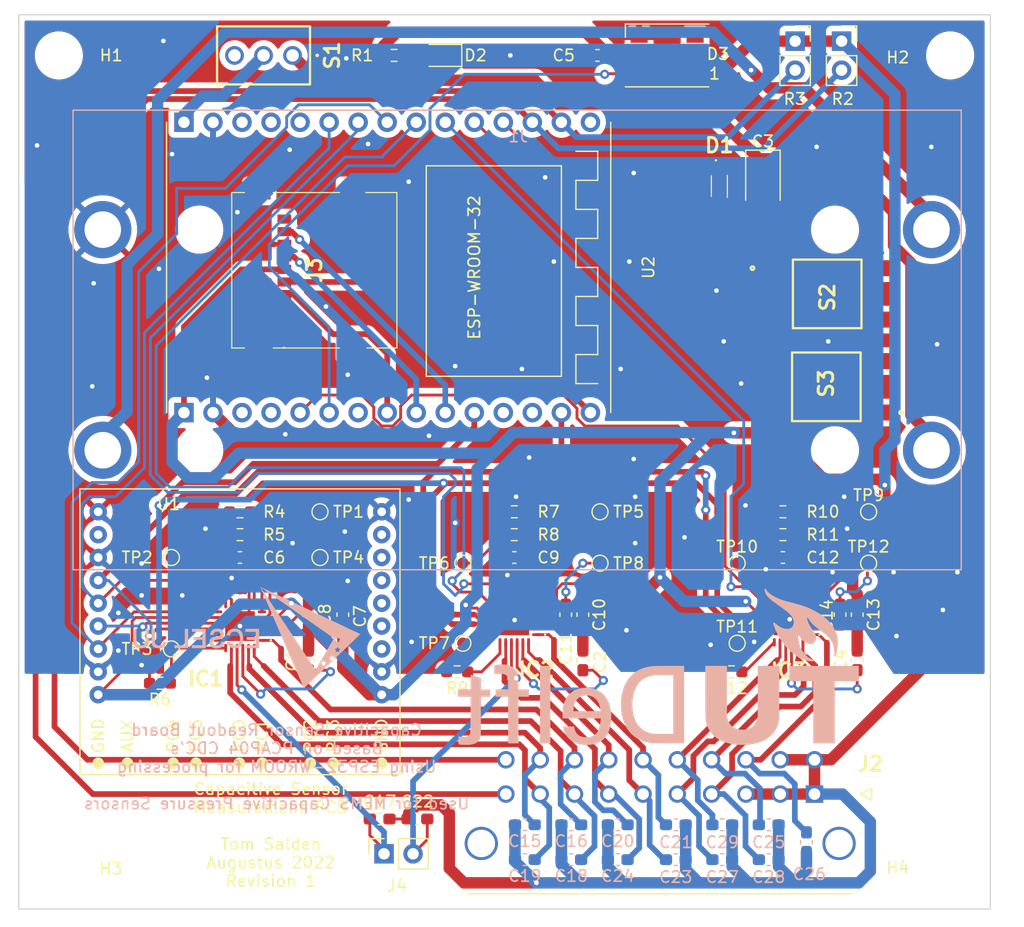
<source format=kicad_pcb>
(kicad_pcb (version 20211014) (generator pcbnew)
  (layers (0 "F.Cu" signal) (31 "B.Cu" signal) (34 "B.Paste" user) (35 "F.Paste" user) (36 "B.SilkS" user "B.Silkscreen") (37 "F.SilkS" user "F.Silkscreen") (38 "B.Mask" user) (39 "F.Mask" user) (44 "Edge.Cuts" user))
  (net 0 "")
  (net 1 "CREF_1")
  (net 2 "CREF_2")
  (net 3 "+BATT")
  (net 4 "CREF_3")
  (net 5 "+3V3")
  (net 6 "Net-(C6-Pad1)")
  (net 7 "/PCAP-IC_1/1V8")
  (net 8 "Net-(C9-Pad1)")
  (net 9 "/PCAP-IC_2/1V8")
  (net 10 "Net-(C12-Pad1)")
  (net 11 "/PCAP-IC_3/1V8")
  (net 12 "Net-(D1-Pad2)")
  (net 13 "Net-(D2-Pad2)")
  (net 15 "LED_DATA")
  (net 16 "C1.3")
  (net 17 "Net-(IC1-Pad5)")
  (net 18 "Net-(IC1-Pad6)")
  (net 21 "PCAP1_INT")
  (net 23 "PCAP1_EN")
  (net 24 "SDA")
  (net 25 "SCL")
  (net 28 "Net-(IC1-Pad19)")
  (net 29 "C1.4")
  (net 30 "C1.5")
  (net 31 "C1.1")
  (net 32 "C1.2")
  (net 33 "C2.3")
  (net 34 "Net-(IC2-Pad5)")
  (net 35 "Net-(IC2-Pad6)")
  (net 38 "PCAP2_INT")
  (net 40 "PCAP2_EN")
  (net 43 "Net-(IC2-Pad19)")
  (net 44 "C2.4")
  (net 45 "C2.5")
  (net 46 "C2.1")
  (net 47 "C2.2")
  (net 48 "C3.3")
  (net 49 "Net-(IC3-Pad5)")
  (net 50 "Net-(IC3-Pad6)")
  (net 53 "PCAP3_INT")
  (net 55 "PCAP3_EN")
  (net 58 "Net-(IC3-Pad19)")
  (net 59 "C3.4")
  (net 60 "C3.5")
  (net 61 "C3.1")
  (net 62 "C3.2")
  (net 63 "Net-(J1-Pad2)")
  (net 64 "PR1-SENSE")
  (net 65 "PR2-SENSE")
  (net 73 "SD_CS")
  (net 74 "SD_MOSI")
  (net 75 "SD_SCLK")
  (net 76 "SD_MISO")
  (net 79 "BUTTON1")
  (net 80 "BUTTON2")
  (net 96 "GND")
  (net 97 "+6V")
  (footprint "TestPoint:TestPoint_Pad_D1.0mm" (layer "F.Cu") (at 162.849195 118.085695)
    (fp_text reference "TP10")
    (fp_text value "TestPoint")
  )
  (footprint "FootrpintLib:MEM20670218000A" (layer "F.Cu") (at 121.032 92.456 -90)
    (fp_text reference "J3")
    (fp_text value "MEM2067-02-180-00-A" hide)
  )
  (footprint "FootrpintLib:43045-20_21,22,23_" (layer "F.Cu") (at 169.614045 138.281795)
    (fp_text reference "J2")
    (fp_text value "43045-2022" hide)
  )
  (footprint "Capacitor_SMD:C_0603_1608Metric_Pad1.08x0.95mm_HandSolder" (layer "F.Cu") (at 173.349195 126.585695 90)
    (fp_text reference "C4")
    (fp_text value "2p")
  )
  (footprint "Capacitor_SMD:C_0603_1608Metric_Pad1.08x0.95mm_HandSolder" (layer "F.Cu") (at 147.849195 122.585695 -90)
    (fp_text reference "C11")
    (fp_text value "4.7u")
  )
  (footprint "TestPoint:TestPoint_Pad_D1.0mm" (layer "F.Cu") (at 138.849195 125.085695)
    (fp_text reference "TP7")
    (fp_text value "TestPoint")
  )
  (footprint "Resistor_SMD:R_0603_1608Metric_Pad0.98x0.95mm_HandSolder" (layer "F.Cu") (at 143.349195 113.585695 180)
    (fp_text reference "R7")
    (fp_text value "nc")
  )
  (footprint "MountingHole:MountingHole_3.2mm_M3" (layer "F.Cu") (at 181.483 73.66)
    (fp_text reference "H2")
    (fp_text value "MountingHole")
  )
  (footprint "Capacitor_SMD:C_0603_1608Metric_Pad1.08x0.95mm_HandSolder" (layer "F.Cu") (at 149.349195 126.585695 90)
    (fp_text reference "C2")
    (fp_text value "2p")
  )
  (footprint "Capacitor_SMD:C_0603_1608Metric_Pad1.08x0.95mm_HandSolder" (layer "F.Cu") (at 119.349195 117.585695 180)
    (fp_text reference "C6")
    (fp_text value "10n")
  )
  (footprint "Resistor_SMD:R_0603_1608Metric_Pad0.98x0.95mm_HandSolder" (layer "F.Cu") (at 166.849195 113.585695 180)
    (fp_text reference "R10")
    (fp_text value "nc")
  )
  (footprint "FootrpintLib:PCAP04AQFM24" (layer "F.Cu") (at 167.349195 123.085695 180)
    (fp_text reference "IC3")
    (fp_text value "PCAP04-AQFM-24" hide)
  )
  (footprint "Capacitor_SMD:C_0603_1608Metric_Pad1.08x0.95mm_HandSolder" (layer "F.Cu") (at 149.349195 122.585695 -90)
    (fp_text reference "C10")
    (fp_text value "10u")
  )
  (footprint "FootrpintLib:CUHS20S40H3F" (layer "F.Cu") (at 161.29 85.09 -90)
    (fp_text reference "D1")
    (fp_text value "CUHS20S30,H3F" hide)
  )
  (footprint "Capacitor_SMD:C_0603_1608Metric_Pad1.08x0.95mm_HandSolder" (layer "F.Cu") (at 125.349195 126.585695 90)
    (fp_text reference "C1")
    (fp_text value "2p")
  )
  (footprint "FootrpintLib:FSM2J_1" (layer "F.Cu") (at 170.7255 94.524 90)
    (fp_text reference "S2")
    (fp_text value "FSM2JSMAATR" hide)
  )
  (footprint "Connector_PinSocket_2.54mm:PinSocket_1x02_P2.54mm_Vertical" (layer "F.Cu") (at 171.983 72.41)
    (fp_text reference "R2")
    (fp_text value "R")
  )
  (footprint "Resistor_SMD:R_0603_1608Metric_Pad0.98x0.95mm_HandSolder" (layer "F.Cu") (at 162.349195 127.585695 180)
    (fp_text reference "R12")
    (fp_text value "nc")
  )
  (footprint "Resistor_SMD:R_0603_1608Metric_Pad0.98x0.95mm_HandSolder" (layer "F.Cu") (at 132.833 73.66)
    (fp_text reference "R1")
    (fp_text value "100")
  )
  (footprint "Resistor_SMD:R_0603_1608Metric_Pad0.98x0.95mm_HandSolder" (layer "F.Cu") (at 138.349195 127.585695 180)
    (fp_text reference "R9")
    (fp_text value "nc")
  )
  (footprint "Resistor_SMD:R_0603_1608Metric_Pad0.98x0.95mm_HandSolder" (layer "F.Cu") (at 119.349195 115.585695 180)
    (fp_text reference "R5")
    (fp_text value "nc")
  )
  (footprint "TestPoint:TestPoint_Pad_D1.0mm" (layer "F.Cu") (at 126.349195 113.585695)
    (fp_text reference "TP1")
    (fp_text value "TestPoint")
  )
  (footprint "FootrpintLib:PCAP_04-eva-board" (layer "F.Cu") (at 119.349195 121.585695)
    (fp_text reference "U1")
    (fp_text value "PCAP_04-eva-board")
  )
  (footprint "Resistor_SMD:R_0603_1608Metric_Pad0.98x0.95mm_HandSolder" (layer "F.Cu") (at 143.349195 115.585695 180)
    (fp_text reference "R8")
    (fp_text value "nc")
  )
  (footprint "TestPoint:TestPoint_Pad_D1.0mm" (layer "F.Cu") (at 113.349195 117.585695)
    (fp_text reference "TP2")
    (fp_text value "TestPoint")
  )
  (footprint "Connector_PinSocket_2.54mm:PinSocket_1x02_P2.54mm_Vertical" (layer "F.Cu") (at 131.953 143.51 90)
    (fp_text reference "J4")
    (fp_text value "Conn_01x02")
  )
  (footprint "TestPoint:TestPoint_Pad_D1.0mm" (layer "F.Cu") (at 150.849195 118.085695)
    (fp_text reference "TP8")
    (fp_text value "TestPoint")
  )
  (footprint "MountingHole:MountingHole_3.2mm_M3" (layer "F.Cu") (at 181.483 144.78)
    (fp_text reference "H4")
    (fp_text value "MountingHole")
  )
  (footprint "FootrpintLib:PCAP04AQFM24" (layer "F.Cu") (at 119.349195 123.585695 180)
    (fp_text reference "IC1")
    (fp_text value "PCAP04-AQFM-24" hide)
  )
  (footprint "TestPoint:TestPoint_Pad_D1.0mm" (layer "F.Cu") (at 174.349195 118.085695)
    (fp_text reference "TP12")
    (fp_text value "TestPoint")
  )
  (footprint "TestPoint:TestPoint_Pad_D1.0mm" (layer "F.Cu") (at 162.849195 125.085695)
    (fp_text reference "TP11")
    (fp_text value "TestPoint")
  )
  (footprint "Capacitor_SMD:C_0603_1608Metric_Pad1.08x0.95mm_HandSolder" (layer "F.Cu") (at 128.349195 122.585695 90)
    (fp_text reference "C7")
    (fp_text value "10u")
  )
  (footprint "MountingHole:MountingHole_3.2mm_M3" (layer "F.Cu") (at 103.505 144.8816)
    (fp_text reference "H3")
    (fp_text value "MountingHole")
  )
  (footprint "FootrpintLib:PCAP04AQFM24" (layer "F.Cu") (at 143.349195 123.085695 180)
    (fp_text reference "IC2")
    (fp_text value "PCAP04-AQFM-24" hide)
  )
  (footprint "Capacitor_SMD:C_0603_1608Metric_Pad1.08x0.95mm_HandSolder" (layer "F.Cu") (at 125.349195 122.585695 -90)
    (fp_text reference "C8")
    (fp_text value "4.7u")
  )
  (footprint "Resistor_SMD:R_0603_1608Metric_Pad0.98x0.95mm_HandSolder" (layer "F.Cu") (at 119.349195 113.585695 180)
    (fp_text reference "R4")
    (fp_text value "nc")
  )
  (footprint "FootrpintLib:ESP-WROOM-32-DEVBOARD" (layer "F.Cu") (at 114.450695 79.509695 -90)
    (fp_text reference "U2")
    (fp_text value "ESP-WROOM-32-DEVBOARD")
  )
  (footprint "Capacitor_SMD:C_0603_1608Metric_Pad1.08x0.95mm_HandSolder" (layer "F.Cu") (at 173.349195 122.585695 -90)
    (fp_text reference "C13")
    (fp_text value "10u")
  )
  (footprint "Connector_PinSocket_2.54mm:PinSocket_1x02_P2.54mm_Vertical" (layer "F.Cu") (at 167.919 72.41)
    (fp_text reference "R3")
    (fp_text value "R")
  )
  (footprint "FootrpintLib:FSM2J_1" (layer "F.Cu") (at 170.6505 102.652 -90)
    (fp_text reference "S3")
    (fp_text value "FSM2JSMAATR" hide)
  )
  (footprint "Capacitor_Tantalum_SMD:CP_EIA-3528-15_AVX-H_Pad1.50x2.35mm_HandSolder" (layer "F.Cu") (at 165.1 84.582 -90)
    (fp_text reference "C3")
    (fp_text value "10u")
  )
  (footprint "Capacitor_SMD:C_0603_1608Metric_Pad1.08x0.95mm_HandSolder" (layer "F.Cu") (at 134.874 140.462)
    (fp_text reference "C22")
    (fp_text value "C")
  )
  (footprint "LED_SMD:LED_0805_2012Metric_Pad1.15x1.40mm_HandSolder" (layer "F.Cu") (at 136.897 73.66 180)
    (fp_text reference "D2")
    (fp_text value "LED")
  )
  (footprint "TestPoint:TestPoint_Pad_D1.0mm" (layer "F.Cu") (at 138.849195 118.085695)
    (fp_text reference "TP6")
    (fp_text value "TestPoint")
  )
  (footprint "FootrpintLib:2MS1T2B3M2QES" (layer "F.Cu") (at 123.952 73.66 90)
    (fp_text reference "S1")
    (fp_text value "2MS1T2B3M2QES" hide)
  )
  (footprint "Capacitor_SMD:C_0603_1608Metric_Pad1.08x0.95mm_HandSolder" (layer "F.Cu") (at 131.572 140.462 180)
    (fp_text reference "C17")
    (fp_text value "C")
  )
  (footprint "Resistor_SMD:R_0603_1608Metric_Pad0.98x0.95mm_HandSolder" (layer "F.Cu") (at 166.849195 115.585695 180)
    (fp_text reference "R11")
    (fp_text value "nc")
  )
  (footprint "TestPoint:TestPoint_Pad_D1.0mm" (layer "F.Cu") (at 174.349195 113.585695)
    (fp_text reference "TP9")
    (fp_text value "TestPoint")
  )
  (footprint "Capacitor_SMD:C_0603_1608Metric_Pad1.08x0.95mm_HandSolder" (layer "F.Cu") (at 166.849195 117.585695 180)
    (fp_text reference "C12")
    (fp_text value "10n")
  )
  (footprint "MountingHole:MountingHole_3.2mm_M3" (layer "F.Cu") (at 103.505 73.66)
    (fp_text reference "H1")
    (fp_text value "MountingHole")
  )
  (footprint "Resistor_SMD:R_0603_1608Metric_Pad0.98x0.95mm_HandSolder" (layer "F.Cu") (at 112.349195 128.585695 180)
    (fp_text reference "R6")
    (fp_text value "nc")
  )
  (footprint "TestPoint:TestPoint_Pad_D1.0mm" (layer "F.Cu") (at 113.349195 125.585695)
    (fp_text reference "TP3")
    (fp_text value "TestPoint")
  )
  (footprint "LED_SMD:LED_WS2812B_PLCC4_5.0x5.0mm_P3.2mm" (layer "F.Cu") (at 156.718 73.66 180)
    (fp_text reference "D3")
    (fp_text value "WS2812B")
  )
  (footprint "TestPoint:TestPoint_Pad_D1.0mm" (layer "F.Cu") (at 126.349195 117.585695)
    (fp_text reference "TP4")
    (fp_text value "TestPoint")
  )
  (footprint "TestPoint:TestPoint_Pad_D1.0mm" (layer "F.Cu") (at 150.849195 113.585695)
    (fp_text reference "TP5")
    (fp_text value "TestPoint")
  )
  (footprint "Capacitor_SMD:C_0603_1608Metric_Pad1.08x0.95mm_HandSolder" (layer "F.Cu") (at 143.349195 117.585695 180)
    (fp_text reference "C9")
    (fp_text value "10n")
  )
  (footprint "Capacitor_SMD:C_0603_1608Metric_Pad1.08x0.95mm_HandSolder" (layer "F.Cu") (at 150.622 73.66 180)
    (fp_text reference "C5")
    (fp_text value "100nF")
  )
  (footprint "Capacitor_SMD:C_0603_1608Metric_Pad1.08x0.95mm_HandSolder" (layer "F.Cu") (at 171.849195 122.585695 -90)
    (fp_text reference "C14")
    (fp_text value "4.7u")
  )
  (footprint "Capacitor_SMD:C_0603_1608Metric_Pad1.08x0.95mm_HandSolder" (layer "B.Cu") (at 165.608 144.018 180)
    (fp_text reference "C28")
    (fp_text value "C")
  )
  (footprint "FootrpintLib:BK-18650-PC4" (layer "B.Cu") (at 143.599195 98.552 180)
    (fp_text reference "J1")
    (fp_text value "Conn_01x04")
  )
  (footprint "Capacitor_SMD:C_0603_1608Metric_Pad1.08x0.95mm_HandSolder" (layer "B.Cu") (at 165.608 140.97 180)
    (fp_text reference "C25")
    (fp_text value "C")
  )
  (footprint "FootrpintLib:ECSEL_LOGO" (layer "B.Cu") (at 119.888 124.587 180)
    (fp_text reference "G***" hide)
    (fp_text value "LOGO" hide)
  )
  (footprint "Capacitor_SMD:C_0603_1608Metric_Pad1.08x0.95mm_HandSolder" (layer "B.Cu") (at 157.48 144.018 180)
    (fp_text reference "C23")
    (fp_text value "C")
  )
  (footprint "Capacitor_SMD:C_0603_1608Metric_Pad1.08x0.95mm_HandSolder" (layer "B.Cu") (at 157.48 140.97 180)
    (fp_text reference "C21")
    (fp_text value "C")
  )
  (footprint "Capacitor_SMD:C_0603_1608Metric_Pad1.08x0.95mm_HandSolder" (layer "B.Cu") (at 148.336 144.018)
    (fp_text reference "C18")
    (fp_text value "C")
  )
  (footprint "Capacitor_SMD:C_0603_1608Metric_Pad1.08x0.95mm_HandSolder" (layer "B.Cu") (at 161.544 140.97 180)
    (fp_text reference "C29")
    (fp_text value "C")
  )
  (footprint "Capacitor_SMD:C_0603_1608Metric_Pad1.08x0.95mm_HandSolder" (layer "B.Cu") (at 152.4 144.018)
    (fp_text reference "C24")
    (fp_text value "C")
  )
  (footprint "FootrpintLib:TUD_logo" (layer "B.Cu") (at 155.956 125.476 180)
    (fp_text reference "G***" hide)
    (fp_text value "LOGO" hide)
  )
  (footprint "Capacitor_SMD:C_0603_1608Metric_Pad1.08x0.95mm_HandSolder" (layer "B.Cu") (at 148.336 140.97)
    (fp_text reference "C16")
    (fp_text value "C")
  )
  (footprint "Capacitor_SMD:C_0603_1608Metric_Pad1.08x0.95mm_HandSolder" (layer "B.Cu") (at 144.272 140.97)
    (fp_text reference "C15")
    (fp_text value "C")
  )
  (footprint "Capacitor_SMD:C_0603_1608Metric_Pad1.08x0.95mm_HandSolder" (layer "B.Cu") (at 152.4 140.97)
    (fp_text reference "C20")
    (fp_text value "C")
  )
  (footprint "Capacitor_SMD:C_0603_1608Metric_Pad1.08x0.95mm_HandSolder" (layer "B.Cu") (at 161.544 144.018 180)
    (fp_text reference "C27")
    (fp_text value "C")
  )
  (footprint "Capacitor_SMD:C_0603_1608Metric_Pad1.08x0.95mm_HandSolder" (layer "B.Cu") (at 144.272 144.018)
    (fp_text reference "C19")
    (fp_text value "C")
  )
  (footprint "Capacitor_SMD:C_0603_1608Metric_Pad1.08x0.95mm_HandSolder" (layer "B.Cu") (at 168.91 142.494 90)
    (fp_text reference "C26")
    (fp_text value "C")
  )
  (gr_line (start 185 70.104) (end 185 148.336) (layer "Edge.Cuts") (width 0.1))
  (gr_line (start 185 148.336) (end 100 148.336) (layer "Edge.Cuts") (width 0.1))
  (gr_line (start 100 148.336) (end 100 70.104) (layer "Edge.Cuts") (width 0.1))
  (gr_line (start 100 70.104) (end 185 70.104) (layer "Edge.Cuts") (width 0.1))
  (gr_text "Capacitive Sensor Readout Board\nBased on PCAP04 CDC's\nUsing ESP32-WROOM for processing\n\nUsed for MEMS Capacitive Pressure Sensors" (at 122.555 135.89) (layer "B.SilkS") (effects (font (size 1 1)) (justify mirror)))
  (gr_text "Capacitive Sensor\nMeasurement PCB\n\nTom Salden\nAugustus 2022\nRevision 1" (at 122.047 141.859) (layer "F.SilkS") (effects (font (size 1 1))))
  (segment (start 127.265195 127.579195) (end 127.134195 127.448195) (width 0.25) (layer "F.Cu") (net 1))
  (segment (start 121.158 129.54) (end 119.599195 127.981195) (width 0.25) (layer "F.Cu") (net 1))
  (segment (start 127.134195 127.448195) (end 125.349195 127.448195) (width 0.25) (layer "F.Cu") (net 1))
  (segment (start 119.599195 127.981195) (end 119.599195 125.510695) (width 0.25) (layer "F.Cu") (net 1))
  (via (at 127.265195 127.579195) (size 0.8) (drill 0.4) (layers "F.Cu" "B.Cu") (net 1))
  (via (at 121.158 129.54) (size 0.8) (drill 0.4) (layers "F.Cu" "B.Cu") (net 1))
  (segment (start 121.612305 129.085695) (end 125.758695 129.085695) (width 0.25) (layer "B.Cu") (net 1))
  (segment (start 121.158 129.54) (end 121.612305 129.085695) (width 0.25) (layer "B.Cu") (net 1))
  (segment (start 125.758695 129.085695) (end 127.265195 127.579195) (width 0.25) (layer "B.Cu") (net 1))
  (segment (start 151.141195 128.341195) (end 150.248195 127.448195) (width 0.25) (layer "F.Cu") (net 2))
  (segment (start 143.599195 127.189571) (end 143.599195 125.010695) (width 0.25) (layer "F.Cu") (net 2))
  (segment (start 145.025007 128.615383) (end 143.599195 127.189571) (width 0.25) (layer "F.Cu") (net 2))
  (segment (start 150.248195 127.448195) (end 149.349195 127.448195) (width 0.25) (layer "F.Cu") (net 2))
  (via (at 151.141195 128.341195) (size 0.8) (drill 0.4) (layers "F.Cu" "B.Cu") (net 2))
  (via (at 145.025007 128.615383) (size 0.8) (drill 0.4) (layers "F.Cu" "B.Cu") (net 2))
  (segment (start 151.141195 128.341195) (end 150.396695 129.085695) (width 0.25) (layer "B.Cu") (net 2))
  (segment (start 150.396695 129.085695) (end 145.495319 129.085695) (width 0.25) (layer "B.Cu") (net 2))
  (segment (start 145.495319 129.085695) (end 145.025007 128.615383) (width 0.25) (layer "B.Cu") (net 2))
  (segment (start 161.29 84.14) (end 163.917 84.14) (width 1) (layer "F.Cu") (net 3))
  (segment (start 163.917 84.14) (end 165.1 82.957) (width 1) (layer "F.Cu") (net 3))
  (segment (start 165.1 82.957) (end 164.999 82.957) (width 1) (layer "F.Cu") (net 3))
  (segment (start 126.121195 75.829195) (end 123.952 73.66) (width 1) (layer "F.Cu") (net 3))
  (segment (start 164.999 82.957) (end 160.001695 77.959695) (width 1) (layer "F.Cu") (net 3))
  (segment (start 145.133697 75.829195) (end 126.121195 75.829195) (width 1) (layer "F.Cu") (net 3))
  (segment (start 160.001695 77.959695) (end 147.264197 77.959695) (width 1) (layer "F.Cu") (net 3))
  (segment (start 147.264197 77.959695) (end 145.133697 75.829195) (width 1) (layer "F.Cu") (net 3))
  (segment (start 167.599195 125.010695) (end 167.599195 128.585695) (width 0.25) (layer "F.Cu") (net 4))
  (segment (start 173.349195 127.448195) (end 173.349195 129.085695) (width 0.25) (layer "F.Cu") (net 4))
  (via (at 173.349195 129.085695) (size 0.8) (drill 0.4) (layers "F.Cu" "B.Cu") (net 4))
  (via (at 167.599195 128.585695) (size 0.8) (drill 0.4) (layers "F.Cu" "B.Cu") (net 4))
  (segment (start 168.099195 129.085695) (end 173.349195 129.085695) (width 0.25) (layer "B.Cu") (net 4))
  (segment (start 167.599195 128.585695) (end 168.099195 129.085695) (width 0.25) (layer "B.Cu") (net 4))
  (segment (start 164.511695 122.335695) (end 163.599195 121.423195) (width 0.25) (layer "F.Cu") (net 5))
  (segment (start 175.768 111.252) (end 175.26 110.744) (width 1) (layer "F.Cu") (net 5))
  (segment (start 166.37 106.68) (end 162.56 106.68) (width 1) (layer "F.Cu") (net 5))
  (segment (start 119.45939 92.381) (end 114.450695 97.389695) (width 0.5) (layer "F.Cu") (net 5))
  (segment (start 175.26 110.744) (end 170.434 110.744) (width 1) (layer "F.Cu") (net 5))
  (segment (start 151.4845 73.521675) (end 151.4845 73.66) (width 1) (layer "F.Cu") (net 5))
  (segment (start 159.168 75.26) (end 161.341 75.26) (width 1) (layer "F.Cu") (net 5))
  (segment (start 170.849195 122.085695) (end 170.849195 120.56039) (width 0.25) (layer "F.Cu") (net 5))
  (segment (start 149.363195 121.737195) (end 149.349195 121.723195) (width 1) (layer "F.Cu") (net 5))
  (segment (start 114.450695 97.389695) (end 114.450695 104.909695) (width 0.5) (layer "F.Cu") (net 5))
  (segment (start 172.949195 120.382752) (end 173.349195 120.782752) (width 1) (layer "F.Cu") (net 5))
  (segment (start 139.099195 121.736195) (end 139.373695 122.010695) (width 0.25) (layer "F.Cu") (net 5))
  (segment (start 170.434 110.744) (end 166.37 106.68) (width 1) (layer "F.Cu") (net 5))
  (segment (start 175.768 111.252) (end 175.768 113.863947) (width 1) (layer "F.Cu") (net 5))
  (segment (start 170.099195 122.835695) (end 170.849195 122.085695) (width 0.25) (layer "F.Cu") (net 5))
  (segment (start 169.274195 122.835695) (end 170.099195 122.835695) (width 0.25) (layer "F.Cu") (net 5))
  (segment (start 153.691195 121.737195) (end 149.363195 121.737195) (width 1) (layer "F.Cu") (net 5))
  (segment (start 149.349195 120.585695) (end 149.349195 121.723195) (width 0.25) (layer "F.Cu") (net 5))
  (segment (start 151.4845 73.66) (end 157.568 73.66) (width 1) (layer "F.Cu") (net 5))
  (segment (start 147.561189 119.872994) (end 148.636494 119.872994) (width 0.25) (layer "F.Cu") (net 5))
  (segment (start 109.917393 126.617497) (end 106.949195 129.585695) (width 0.25) (layer "F.Cu") (net 5))
  (segment (start 172.949195 116.682752) (end 172.949195 120.382752) (width 1) (layer "F.Cu") (net 5))
  (segment (start 133.096 71.628) (end 149.590825 71.628) (width 1) (layer "F.Cu") (net 5))
  (segment (start 128.349195 123.448195) (end 128.349195 127.263325) (width 1) (layer "F.Cu") (net 5))
  (segment (start 164.191 72.41) (end 167.919 72.41) (width 1) (layer "F.Cu") (net 5))
  (segment (start 110.235591 122.835695) (end 109.917393 123.153893) (width 0.25) (layer "F.Cu") (net 5))
  (segment (start 171.82389 119.585695) (end 172.361848 119.585695) (width 0.25) (layer "F.Cu") (net 5))
  (segment (start 161.341 75.26) (end 164.191 72.41) (width 1) (layer "F.Cu") (net 5))
  (segment (start 172.361848 119.585695) (end 173.349195 120.573042) (width 0.25) (layer "F.Cu") (net 5))
  (segment (start 131.9205 72.8035) (end 133.096 71.628) (width 1) (layer "F.Cu") (net 5))
  (segment (start 167.919 72.41) (end 171.983 72.41) (width 1) (layer "F.Cu") (net 5))
  (segment (start 122.099195 123.335695) (end 121.274195 123.335695) (width 0.25) (layer "F.Cu") (net 5))
  (segment (start 173.349195 120.573042) (end 173.349195 121.723195) (width 0.25) (layer "F.Cu") (net 5))
  (segment (start 130.671565 129.585695) (end 131.749195 129.585695) (width 1) (layer "F.Cu") (net 5))
  (segment (start 156.099195 119.329195) (end 153.691195 121.737195) (width 1) (layer "F.Cu") (net 5))
  (segment (start 165.424195 122.335695) (end 164.511695 122.335695) (width 0.25) (layer "F.Cu") (net 5))
  (segment (start 147.049195 120.384988) (end 147.561189 119.872994) (width 0.25) (layer "F.Cu") (net 5))
  (segment (start 128.349195 127.263325) (end 130.671565 129.585695) (width 1) (layer "F.Cu") (net 5))
  (segment (start 140.087368 122.010695) (end 140.412368 122.335695) (width 0.25) (layer "F.Cu") (net 5))
  (segment (start 173.349195 120.782752) (end 173.349195 121.723195) (width 1) (layer "F.Cu") (net 5))
  (segment (start 147.049195 121.583487) (end 147.049195 120.384988) (width 0.25) (layer "F.Cu") (net 5))
  (segment (start 123.849195 121.585695) (end 122.099195 123.335695) (width 0.25) (layer "F.Cu") (net 5))
  (segment (start 117.424195 122.835695) (end 110.235591 122.835695) (width 0.25) (layer "F.Cu") (net 5))
  (segment (start 157.568 73.66) (end 159.168 75.26) (width 1) (layer "F.Cu") (net 5))
  (segment (start 140.412368 122.335695) (end 141.424195 122.335695) (width 0.25) (layer "F.Cu") (net 5))
  (segment (start 175.768 113.863947) (end 172.949195 116.682752) (width 1) (layer "F.Cu") (net 5))
  (segment (start 139.373695 122.010695) (end 140.087368 122.010695) (width 0.25) (layer "F.Cu") (net 5))
  (segment (start 123.232 92.381) (end 119.45939 92.381) (width 0.5) (layer "F.Cu") (net 5))
  (segment (start 131.9205 73.66) (end 131.9205 72.8035) (width 1) (layer "F.Cu") (net 5))
  (segment (start 145.796987 122.835695) (end 147.049195 121.583487) (width 0.25) (layer "F.Cu") (net 5))
  (segment (start 109.917393 123.153893) (end 109.917393 126.617497) (width 0.25) (layer "F.Cu") (net 5))
  (segment (start 170.849195 120.56039) (end 171.82389 119.585695) (width 0.25) (layer "F.Cu") (net 5))
  (segment (start 149.590825 71.628) (end 151.4845 73.521675) (width 1) (layer "F.Cu") (net 5))
  (segment (start 148.636494 119.872994) (end 149.349195 120.585695) (width 0.25) (layer "F.Cu") (net 5))
  (segment (start 145.274195 122.835695) (end 145.796987 122.835695) (width 0.25) (layer "F.Cu") (net 5))
  (via (at 123.849195 121.585695) (size 0.8) (drill 0.4) (layers "F.Cu" "B.Cu") (net 5))
  (via (at 163.599195 121.423195) (size 0.8) (drill 0.4) (layers "F.Cu" "B.Cu") (net 5))
  (via (at 162.56 106.68) (size 0.8) (drill 0.4) (layers "F.Cu" "B.Cu") (net 5))
  (via (at 175.768 111.252) (size 0.8) (drill 0.4) (layers "F.Cu" "B.Cu") (net 5))
  (via (at 156.099195 119.329195) (size 0.8) (drill 0.4) (layers "F.Cu" "B.Cu") (net 5))
  (via (at 139.099195 121.736195) (size 0.8) (drill 0.4) (layers "F.Cu" "B.Cu") (net 5))
  (segment (start 175.768 108.204) (end 176.649195 107.322805) (width 1) (layer "B.Cu") (net 5))
  (segment (start 143.282805 106.653195) (end 141.478 108.458) (width 1) (layer "B.Cu") (net 5))
  (segment (start 176.649195 107.322805) (end 176.649195 105.918) (width 1) (layer "B.Cu") (net 5))
  (segment (start 162.599195 106.653195) (end 143.282805 106.653195) (width 1) (layer "B.Cu") (net 5))
  (segment (start 176.649195 106.052805) (end 176.649195 77.076195) (width 1) (layer "B.Cu") (net 5))
  (segment (start 139.099195 121.736195) (end 139.099195 123.313325) (width 1) (layer "B.Cu") (net 5))
  (segment (start 162.586805 106.653195) (end 162.599195 106.653195) (width 1) (layer "B.Cu") (net 5))
  (segment (start 114.803 110.612) (end 113.411 109.22) (width 1) (layer "B.Cu") (net 5))
  (segment (start 162.599195 106.653195) (end 159.099195 106.653195) (width 1) (layer "B.Cu") (net 5))
  (segment (start 162.56 106.68) (end 162.586805 106.653195) (width 1) (layer "B.Cu") (net 5))
  (segment (start 123.76889 121.666) (end 123.849195 121.585695) (width 1) (layer "B.Cu") (net 5))
  (segment (start 106.949195 129.585695) (end 111.460305 129.585695) (width 1) (layer "B.Cu") (net 5))
  (segment (start 113.411 105.94939) (end 114.450695 104.909695) (width 1) (layer "B.Cu") (net 5))
  (segment (start 176.649195 77.076195) (end 171.983 72.41) (width 1) (layer "B.Cu") (net 5))
  (segment (start 175.768 111.252) (end 175.768 108.204) (width 1) (layer "B.Cu") (net 5))
  (segment (start 131.681614 129.585695) (end 131.749195 129.585695) (width 1) (layer "B.Cu") (net 5))
  (segment (start 126.181614 124.085695) (end 131.681614 129.585695) (width 1) (layer "B.Cu") (net 5))
  (segment (start 119.38 121.666) (end 123.76889 121.666) (width 1) (layer "B.Cu") (net 5))
  (segment (start 113.411 109.22) (end 113.411 105.94939) (width 1) (layer "B.Cu") (net 5))
  (segment (start 156.099195 119.329195) (end 158.193195 121.423195) (width 1) (layer "B.Cu") (net 5))
  (segment (start 111.460305 129.585695) (end 119.38 121.666) (width 1) (layer "B.Cu") (net 5))
  (segment (start 160.274 106.68) (end 160.274 106.74839) (width 1) (layer "B.Cu") (net 5))
  (segment (start 117.099 110.612) (end 114.803 110.612) (width 1) (layer "B.Cu") (net 5))
  (segment (start 119.253 108.458) (end 117.099 110.612) (width 1) (layer "B.Cu") (net 5))
  (segment (start 158.193195 121.423195) (end 163.599195 121.423195) (width 1) (layer "B.Cu") (net 5))
  (segment (start 139.099195 121.736195) (end 140.099195 120.736195) (width 1) (layer "B.Cu") (net 5))
  (segment (start 141.478 108.458) (end 119.253 108.458) (width 1) (layer "B.Cu") (net 5))
  (segment (start 126.181614 123.918114) (end 126.181614 124.085695) (width 1) (layer "B.Cu") (net 5))
  (segment (start 140.099195 120.736195) (end 140.099195 109.836805) (width 1) (layer "B.Cu") (net 5))
  (segment (start 123.849195 121.585695) (end 126.181614 123.918114) (width 1) (layer "B.Cu") (net 5))
  (segment (start 156.099195 110.923195) (end 156.099195 119.329195) (width 1) (layer "B.Cu") (net 5))
  (segment (start 139.099195 123.313325) (end 132.826825 129.585695) (width 1) (layer "B.Cu") (net 5))
  (segment (start 140.099195 109.836805) (end 141.478 108.458) (width 1) (layer "B.Cu") (net 5))
  (segment (start 160.274 106.74839) (end 156.099195 110.923195) (width 1) (layer "B.Cu") (net 5))
  (segment (start 132.826825 129.585695) (end 131.749195 129.585695) (width 1) (layer "B.Cu") (net 5))
  (segment (start 118.436695 115.810695) (end 120.211695 117.585695) (width 0.25) (layer "F.Cu") (net 6))
  (segment (start 118.436695 113.585695) (end 118.436695 115.585695) (width 0.25) (layer "F.Cu") (net 6))
  (segment (start 118.436695 115.585695) (end 118.436695 115.810695) (width 0.25) (layer "F.Cu") (net 6))
  (segment (start 116.436695 117.585695) (end 113.349195 117.585695) (width 0.25) (layer "F.Cu") (net 6))
  (segment (start 120.349195 117.585695) (end 120.599195 117.835695) (width 0.25) (layer "F.Cu") (net 6))
  (segment (start 118.436695 115.585695) (end 116.436695 117.585695) (width 0.25) (layer "F.Cu") (net 6))
  (segment (start 120.599195 117.835695) (end 120.599195 121.660695) (width 0.25) (layer "F.Cu") (net 6))
  (segment (start 120.211695 117.585695) (end 120.349195 117.585695) (width 0.25) (layer "F.Cu") (net 6))
  (segment (start 123.236695 123.835695) (end 125.349195 121.723195) (width 0.25) (layer "F.Cu") (net 7))
  (segment (start 125.349195 118.585695) (end 126.349195 117.585695) (width 1) (layer "F.Cu") (net 7))
  (segment (start 121.274195 123.835695) (end 123.236695 123.835695) (width 0.25) (layer "F.Cu") (net 7))
  (segment (start 125.349195 121.723195) (end 125.349195 118.585695) (width 1) (layer "F.Cu") (net 7))
  (segment (start 138.849195 118.085695) (end 139.936695 118.085695) (width 0.25) (layer "F.Cu") (net 8))
  (segment (start 142.436695 115.585695) (end 142.436695 113.585695) (width 0.25) (layer "F.Cu") (net 8))
  (segment (start 144.211695 117.585695) (end 144.599195 117.973195) (width 0.25) (layer "F.Cu") (net 8))
  (segment (start 144.599195 117.973195) (end 144.599195 121.160695) (width 0.25) (layer "F.Cu") (net 8))
  (segment (start 139.936695 118.085695) (end 142.436695 115.585695) (width 0.25) (layer "F.Cu") (net 8))
  (segment (start 144.211695 117.585695) (end 144.211695 117.360695) (width 0.25) (layer "F.Cu") (net 8))
  (segment (start 144.211695 117.360695) (end 142.436695 115.585695) (width 0.25) (layer "F.Cu") (net 8))
  (segment (start 147.849195 120.610293) (end 147.861494 120.597994) (width 0.25) (layer "F.Cu") (net 9))
  (segment (start 149.349195 118.085695) (end 150.849195 118.085695) (width 0.25) (layer "F.Cu") (net 9))
  (segment (start 145.274195 123.335695) (end 146.236695 123.335695) (width 0.25) (layer "F.Cu") (net 9))
  (segment (start 146.236695 123.335695) (end 147.849195 121.723195) (width 0.25) (layer "F.Cu") (net 9))
  (segment (start 147.849195 121.723195) (end 147.849195 120.610293) (width 0.25) (layer "F.Cu") (net 9))
  (via (at 149.349195 118.085695) (size 0.8) (drill 0.4) (layers "F.Cu" "B.Cu") (net 9))
  (via (at 147.861494 120.597994) (size 0.8) (drill 0.4) (layers "F.Cu" "B.Cu") (net 9))
  (segment (start 147.861494 120.597994) (end 147.861494 119.573396) (width 0.25) (layer "B.Cu") (net 9))
  (segment (start 147.861494 119.573396) (end 149.349195 118.085695) (width 0.25) (layer "B.Cu") (net 9))
  (segment (start 165.349195 115.585695) (end 162.849195 118.085695) (width 0.25) (layer "F.Cu") (net 10))
  (segment (start 167.849195 117.585695) (end 168.599195 118.335695) (width 0.25) (layer "F.Cu") (net 10))
  (segment (start 167.711695 117.585695) (end 167.849195 117.585695) (width 0.25) (layer "F.Cu") (net 10))
  (segment (start 168.599195 118.335695) (end 168.599195 121.160695) (width 0.25) (layer "F.Cu") (net 10))
  (segment (start 165.936695 115.585695) (end 165.936695 115.810695) (width 0.25) (layer "F.Cu") (net 10))
  (segment (start 165.936695 115.810695) (end 167.711695 117.585695) (width 0.25) (layer "F.Cu") (net 10))
  (segment (start 165.936695 113.585695) (end 165.936695 115.585695) (width 0.25) (layer "F.Cu") (net 10))
  (segment (start 165.936695 115.585695) (end 165.349195 115.585695) (width 0.25) (layer "F.Cu") (net 10))
  (segment (start 169.274195 123.335695) (end 170.235591 123.335695) (width 0.25) (layer "F.Cu") (net 11))
  (segment (start 174.244 119.634) (end 174.244 118.19089) (width 0.25) (layer "F.Cu") (net 11))
  (segment (start 174.244 118.19089) (end 174.349195 118.085695) (width 0.25) (layer "F.Cu") (net 11))
  (segment (start 171.849195 121.722091) (end 171.849195 120.585695) (width 0.25) (layer "F.Cu") (net 11))
  (segment (start 170.235591 123.335695) (end 171.849195 121.722091) (width 0.25) (layer "F.Cu") (net 11))
  (via (at 171.849195 120.585695) (size 0.8) (drill 0.4) (layers "F.Cu" "B.Cu") (net 11))
  (via (at 174.244 119.634) (size 0.8) (drill 0.4) (layers "F.Cu" "B.Cu") (net 11))
  (segment (start 171.849195 120.585695) (end 173.292305 120.585695) (width 0.25) (layer "B.Cu") (net 11))
  (segment (start 173.292305 120.585695) (end 174.244 119.634) (width 0.25) (layer "B.Cu") (net 11))
  (segment (start 173.99 84.836) (end 176.53 87.376) (width 1) (layer "F.Cu") (net 12))
  (segment (start 176.53 90.297) (end 178.054 91.821) (width 1) (layer "F.Cu") (net 12))
  (segment (start 178.054 105.136805) (end 179.849195 106.932) (width 1) (layer "F.Cu") (net 12))
  (segment (start 178.054 91.821) (end 178.054 105.136805) (width 1) (layer "F.Cu") (net 12))
  (segment (start 166.878 88.138) (end 170.18 84.836) (width 1) (layer "F.Cu") (net 12))
  (segment (start 170.18 84.836) (end 173.99 84.836) (width 1) (layer "F.Cu") (net 12))
  (segment (start 161.29 87.376) (end 162.052 88.138) (width 1) (layer "F.Cu") (net 12))
  (segment (start 162.052 88.138) (end 166.878 88.138) (width 1) (layer "F.Cu") (net 12))
  (segment (start 176.53 87.376) (end 176.53 90.297) (width 1) (layer "F.Cu") (net 12))
  (segment (start 161.29 86.04) (end 161.29 87.376) (width 1) (layer "F.Cu") (net 12))
  (segment (start 133.7455 73.66) (end 135.872 73.66) (width 1) (layer "F.Cu") (net 13))
  (segment (start 151.308 75.26) (end 154.268 75.26) (width 0.25) (layer "F.Cu") (net 15))
  (segment (start 151.257 75.311) (end 151.308 75.26) (width 0.25) (layer "F.Cu") (net 15))
  (via (at 151.257 75.311) (size 0.8) (drill 0.4) (layers "F.Cu" "B.Cu") (net 15))
  (segment (start 121.92 90.17) (end 128.778 83.312) (width 0.25) (layer "B.Cu") (net 15))
  (segment (start 132.842 83.312) (end 135.973473 80.180527) (width 0.25) (layer "B.Cu") (net 15))
  (segment (start 135.973473 78.315473) (end 138.977946 75.311) (width 0.25) (layer "B.Cu") (net 15))
  (segment (start 121.92 92.202) (end 121.92 90.17) (width 0.25) (layer "B.Cu") (net 15))
  (segment (start 128.778 83.312) (end 132.842 83.312) (width 0.25) (layer "B.Cu") (net 15))
  (segment (start 127.150695 97.432695) (end 121.92 92.202) (width 0.25) (layer "B.Cu") (net 15))
  (segment (start 135.973473 80.180527) (end 135.973473 78.315473) (width 0.25) (layer "B.Cu") (net 15))
  (segment (start 138.977946 75.311) (end 151.257 75.311) (width 0.25) (layer "B.Cu") (net 15))
  (segment (start 127.150695 104.909695) (end 127.150695 97.432695) (width 0.25) (layer "B.Cu") (net 15))
  (segment (start 127.272423 130.881195) (end 122.947195 126.555967) (width 0.5) (layer "F.Cu") (net 16))
  (segment (start 122.947195 126.555967) (end 122.947195 125.547195) (width 0.5) (layer "F.Cu") (net 16))
  (segment (start 121.274195 124.835695) (end 122.235695 124.835695) (width 0.25) (layer "F.Cu") (net 16))
  (segment (start 145.288247 130.881195) (end 127.272423 130.881195) (width 0.5) (layer "F.Cu") (net 16))
  (segment (start 148.614045 135.281795) (end 148.614045 134.206993) (width 0.5) (layer "F.Cu") (net 16))
  (segment (start 122.235695 124.835695) (end 122.947195 125.547195) (width 0.25) (layer "F.Cu") (net 16))
  (segment (start 148.614045 134.206993) (end 145.288247 130.881195) (width 0.5) (layer "F.Cu") (net 16))
  (segment (start 147.404045 139.175545) (end 149.1985 140.97) (width 0.5) (layer "B.Cu") (net 16))
  (segment (start 148.614045 135.281795) (end 147.404045 136.491795) (width 0.5) (layer "B.Cu") (net 16))
  (segment (start 147.404045 136.491795) (end 147.404045 139.175545) (width 0.5) (layer "B.Cu") (net 16))
  (segment (start 120.261695 113.585695) (end 121.974195 115.298195) (width 0.25) (layer "F.Cu") (net 17))
  (segment (start 121.974195 115.298195) (end 121.974195 122.522091) (width 0.25) (layer "F.Cu") (net 17))
  (segment (start 121.660591 122.835695) (end 121.274195 122.835695) (width 0.25) (layer "F.Cu") (net 17))
  (segment (start 126.349195 113.585695) (end 120.261695 113.585695) (width 0.25) (layer "F.Cu") (net 17))
  (segment (start 121.974195 122.522091) (end 121.660591 122.835695) (width 0.25) (layer "F.Cu") (net 17))
  (segment (start 121.274195 116.598195) (end 121.274195 122.335695) (width 0.25) (layer "F.Cu") (net 18))
  (segment (start 120.261695 115.585695) (end 121.274195 116.598195) (width 0.25) (layer "F.Cu") (net 18))
  (segment (start 108.949195 119.585695) (end 116.910591 119.585695) (width 0.25) (layer "F.Cu") (net 21))
  (segment (start 106.949195 121.585695) (end 108.949195 119.585695) (width 0.25) (layer "F.Cu") (net 21))
  (segment (start 116.910591 119.585695) (end 118.599195 121.274299) (width 0.25) (layer "F.Cu") (net 21))
  (segment (start 118.599195 121.274299) (end 118.599195 121.660695) (width 0.25) (layer "F.Cu") (net 21))
  (segment (start 106.172 112.268) (end 108.458 112.268) (width 0.25) (layer "B.Cu") (net 21))
  (segment (start 108.458 112.268) (end 110.998 109.728) (width 0.25) (layer "B.Cu") (net 21))
  (segment (start 106.949195 121.585695) (end 105.530335 120.166835) (width 0.25) (layer "B.Cu") (net 21))
  (segment (start 110.998 97.917) (end 127.150695 81.764305) (width 0.25) (layer "B.Cu") (net 21))
  (segment (start 127.150695 81.764305) (end 127.150695 79.509695) (width 0.25) (layer "B.Cu") (net 21))
  (segment (start 105.530335 120.166835) (end 105.530335 112.909665) (width 0.25) (layer "B.Cu") (net 21))
  (segment (start 105.530335 112.909665) (end 106.172 112.268) (width 0.25) (layer "B.Cu") (net 21))
  (segment (start 110.998 109.728) (end 110.998 97.917) (width 0.25) (layer "B.Cu") (net 21))
  (segment (start 117.424195 122.335695) (end 110.099195 122.335695) (width 0.25) (layer "F.Cu") (net 23))
  (segment (start 106.949195 125.485695) (end 106.949195 125.585695) (width 0.25) (layer "F.Cu") (net 23))
  (segment (start 110.099195 122.335695) (end 106.949195 125.485695) (width 0.25) (layer "F.Cu") (net 23))
  (segment (start 104.648 123.2845) (end 104.648 112.776) (width 0.25) (layer "B.Cu") (net 23))
  (segment (start 113.814194 89.258806) (end 113.814194 85.290855) (width 0.25) (layer "B.Cu") (net 23))
  (segment (start 123.435695 79.022994) (end 124.480689 77.978) (width 0.25) (layer "B.Cu") (net 23))
  (segment (start 106.949195 125.585695) (end 104.648 123.2845) (width 0.25) (layer "B.Cu") (net 23))
  (segment (start 124.480689 77.978) (end 130.699 77.978) (width 0.25) (layer "B.Cu") (net 23))
  (segment (start 110.49 109.22) (end 110.49 92.583) (width 0.25) (layer "B.Cu") (net 23))
  (segment (start 113.814194 85.290855) (end 118.088093 85.290855) (width 0.25) (layer "B.Cu") (net 23))
  (segment (start 104.648 112.776) (end 106.397 111.027) (width 0.25) (layer "B.Cu") (net 23))
  (segment (start 106.397 111.027) (end 108.683 111.027) (width 0.25) (layer "B.Cu") (net 23))
  (segment (start 130.699 77.978) (end 132.230695 79.509695) (width 0.25) (layer "B.Cu") (net 23))
  (segment (start 123.435695 79.943253) (end 123.435695 79.022994) (width 0.25) (layer "B.Cu") (net 23))
  (segment (start 110.49 92.583) (end 113.814194 89.258806) (width 0.25) (layer "B.Cu") (net 23))
  (segment (start 108.683 111.027) (end 110.49 109.22) (width 0.25) (layer "B.Cu") (net 23))
  (segment (start 118.088093 85.290855) (end 123.435695 79.943253) (width 0.25) (layer "B.Cu") (net 23))
  (segment (start 120.510355 109.385695) (end 136.644695 109.385695) (width 0.5) (layer "F.Cu") (net 24))
  (segment (start 161.099195 112.923195) (end 161.099195 121.423195) (width 0.5) (layer "F.Cu") (net 24))
  (segment (start 137.16 111.085695) (end 137.16 111.252) (width 0.5) (layer "F.Cu") (net 24))
  (segment (start 141.424195 122.835695) (end 140.099195 122.835695) (width 0.25) (layer "F.Cu") (net 24))
  (segment (start 140.099195 122.835695) (end 139.849195 122.585695) (width 0.25) (layer "F.Cu") (net 24))
  (segment (start 137.16 111.085695) (end 159.261695 111.085695) (width 0.5) (layer "F.Cu") (net 24))
  (segment (start 137.16 111.252) (end 136.144 112.268) (width 0.5) (layer "F.Cu") (net 24))
  (segment (start 110.849195 123.647994) (end 111.161494 123.335695) (width 0.25) (layer "F.Cu") (net 24))
  (segment (start 139.850695 106.179695) (end 139.850695 104.909695) (width 0.5) (layer "F.Cu") (net 24))
  (segment (start 159.261695 111.085695) (end 161.099195 112.923195) (width 0.5) (layer "F.Cu") (net 24))
  (segment (start 118.89805 110.998) (end 120.510355 109.385695) (width 0.5) (layer "F.Cu") (net 24))
  (segment (start 111.161494 123.335695) (end 117.424195 123.335695) (width 0.25) (layer "F.Cu") (net 24))
  (segment (start 114.335514 110.998) (end 118.89805 110.998) (width 0.5) (layer "F.Cu") (net 24))
  (segment (start 138.049195 122.585695) (end 139.849195 122.585695) (width 0.5) (layer "F.Cu") (net 24))
  (segment (start 136.144 112.268) (end 136.144 120.6805) (width 0.5) (layer "F.Cu") (net 24))
  (segment (start 165.424195 122.835695) (end 164.011695 122.835695) (width 0.25) (layer "F.Cu") (net 24))
  (segment (start 162.511695 122.835695) (end 164.011695 122.835695) (width 0.5) (layer "F.Cu") (net 24))
  (segment (start 112.285757 113.047757) (end 114.335514 110.998) (width 0.5) (layer "F.Cu") (net 24))
  (segment (start 161.099195 121.423195) (end 162.511695 122.835695) (width 0.5) (layer "F.Cu") (net 24))
  (segment (start 136.644695 109.385695) (end 139.850695 106.179695) (width 0.5) (layer "F.Cu") (net 24))
  (segment (start 136.144 120.6805) (end 138.049195 122.585695) (width 0.5) (layer "F.Cu") (net 24))
  (via (at 137.16 111.085695) (size 0.8) (drill 0.4) (layers "F.Cu" "B.Cu") (net 24))
  (via (at 112.285757 113.047757) (size 0.8) (drill 0.4) (layers "F.Cu" "B.Cu") (net 24))
  (via (at 110.849195 123.647994) (size 0.8) (drill 0.4) (layers "F.Cu" "B.Cu") (net 24))
  (segment (start 112.285757 113.047757) (end 112.811514 112.522) (width 0.5) (layer "B.Cu") (net 24))
  (segment (start 112.811514 112.522) (end 120.209918 112.522) (width 0.5) (layer "B.Cu") (net 24))
  (segment (start 111.786286 125.308407) (end 111.082122 125.308407) (width 0.5) (layer "B.Cu") (net 24))
  (segment (start 121.646223 111.085695) (end 137.16 111.085695) (width 0.5) (layer "B.Cu") (net 24))
  (segment (start 110.49 124.007189) (end 110.849195 123.647994) (width 0.5) (layer "B.Cu") (net 24))
  (segment (start 112.268 124.090121) (end 112.284204 124.106325) (width 0.5) (layer "B.Cu") (net 24))
  (segment (start 110.849195 123.647994) (end 110.786896 123.585695) (width 0.25) (layer "B.Cu") (net 24))
  (segment (start 112.284204 124.810489) (end 111.786286 125.308407) (width 0.5) (layer "B.Cu") (net 24))
  (segment (start 110.49 124.716285) (end 110.49 124.007189) (width 0.5) (layer "B.Cu") (net 24))
  (segment (start 120.209918 112.522) (end 121.646223 111.085695) (width 0.5) (layer "B.Cu") (net 24))
  (segment (start 112.268 113.065514) (end 112.268 124.090121) (width 0.5) (layer "B.Cu") (net 24))
  (segment (start 110.786896 123.585695) (end 106.949195 123.585695) (width 0.25) (layer "B.Cu") (net 24))
  (segment (start 112.284204 124.106325) (end 112.284204 124.810489) (width 0.5) (layer "B.Cu") (net 24))
  (segment (start 111.082122 125.308407) (end 110.49 124.716285) (width 0.5) (layer "B.Cu") (net 24))
  (segment (start 112.285757 113.047757) (end 112.268 113.065514) (width 0.5) (layer "B.Cu") (net 24))
  (segment (start 110.849195 123.647994) (end 110.709204 123.787985) (width 0.25) (layer "B.Cu") (net 24))
  (segment (start 147.470695 104.909695) (end 147.470695 108.20439) (width 0.5) (layer "F.Cu") (net 25))
  (segment (start 137.849195 110.085695) (end 120.927305 110.085695) (width 0.5) (layer "F.Cu") (net 25))
  (segment (start 147.724305 110.085695) (end 137.849195 110.085695) (width 0.5) (layer "F.Cu") (net 25))
  (segment (start 139.849195 123.410695) (end 137.884245 123.410695) (width 0.5) (layer "F.Cu") (net 25))
  (segment (start 160.099195 121.423195) (end 162.099195 123.423195) (width 0.5) (layer "F.Cu") (net 25))
  (segment (start 159.761695 110.085695) (end 147.724305 110.085695) (width 0.5) (layer "F.Cu") (net 25))
  (segment (start 162.099195 123.423195) (end 162.599195 123.923195) (width 0.5) (layer "F.Cu") (net 25))
  (segment (start 114.52089 112.014) (end 106.949195 119.585695) (width 0.5) (layer "F.Cu") (net 25))
  (segment (start 111.434204 124.458407) (end 112.056916 123.835695) (width 0.25) (layer "F.Cu") (net 25))
  (segment (start 165.424195 123.335695) (end 164.686695 123.335695) (width 0.25) (layer "F.Cu") (net 25))
  (segment (start 135.382 110.998) (end 136.294305 110.085695) (width 0.5) (layer "F.Cu") (net 25))
  (segment (start 160.099195 110.423195) (end 159.761695 110.085695) (width 0.5) (layer "F.Cu") (net 25))
  (segment (start 136.294305 110.085695) (end 137.849195 110.085695) (width 0.5) (layer "F.Cu") (net 25))
  (segment (start 112.056916 123.835695) (end 117.424195 123.835695) (width 0.25) (layer "F.Cu") (net 25))
  (segment (start 137.884245 123.410695) (end 135.382 120.90845) (width 0.5) (layer "F.Cu") (net 25))
  (segment (start 160.099195 113.423195) (end 160.099195 121.423195) (width 0.5) (layer "F.Cu") (net 25))
  (segment (start 120.927305 110.085695) (end 118.999 112.014) (width 0.5) (layer "F.Cu") (net 25))
  (segment (start 118.999 112.014) (end 114.52089 112.014) (width 0.5) (layer "F.Cu") (net 25))
  (segment (start 164.686695 123.335695) (end 164.099195 123.923195) (width 0.25) (layer "F.Cu") (net 25))
  (segment (start 135.382 120.90845) (end 135.382 110.998) (width 0.5) (layer "F.Cu") (net 25))
  (segment (start 141.424195 123.335695) (end 139.924195 123.335695) (width 0.25) (layer "F.Cu") (net 25))
  (segment (start 147.470695 108.20439) (end 149.352 110.085695) (width 0.5) (layer "F.Cu") (net 25))
  (segment (start 162.599195 123.923195) (end 164.099195 123.923195) (width 0.5) (layer "F.Cu") (net 25))
  (segment (start 139.924195 123.335695) (end 139.849195 123.410695) (width 0.25) (layer "F.Cu") (net 25))
  (via (at 160.099195 110.423195) (size 0.8) (drill 0.4) (layers "F.Cu" "B.Cu") (net 25))
  (via (at 111.434204 124.458407) (size 0.8) (drill 0.4) (layers "F.Cu" "B.Cu") (net 25))
  (via (at 160.099195 113.423195) (size 0.8) (drill 0.4) (layers "F.Cu" "B.Cu") (net 25))
  (segment (start 107.849195 119.585695) (end 106.949195 119.585695) (width 0.25) (layer "B.Cu") (net 25))
  (segment (start 111.574195 123.310695) (end 107.849195 119.585695) (width 0.25) (layer "B.Cu") (net 25))
  (segment (start 111.574195 123.948299) (end 111.574195 123.310695) (width 0.25) (layer "B.Cu") (net 25))
  (segment (start 160.099195 110.423195) (end 160.099195 113.423195) (width 0.5) (layer "B.Cu") (net 25))
  (segment (start 111.434204 124.458407) (end 111.434204 124.08829) (width 0.25) (layer "B.Cu") (net 25))
  (segment (start 111.434204 124.08829) (end 111.574195 123.948299) (width 0.25) (layer "B.Cu") (net 25))
  (segment (start 113.349195 128.498195) (end 113.261695 128.585695) (width 0.25) (layer "F.Cu") (net 28))
  (segment (start 113.424195 125.510695) (end 113.349195 125.585695) (width 0.25) (layer "F.Cu") (net 28))
  (segment (start 113.349195 125.585695) (end 113.349195 128.498195) (width 0.25) (layer "F.Cu") (net 28))
  (segment (start 118.099195 125.510695) (end 113.424195 125.510695) (width 0.25) (layer "F.Cu") (net 28))
  (segment (start 118.491 127.071195) (end 118.491 129.413) (width 0.5) (layer "F.Cu") (net 29))
  (segment (start 144.283195 136.950945) (end 145.614045 138.281795) (width 0.5) (layer "F.Cu") (net 29))
  (segment (start 118.491 129.413) (end 123.007195 133.929195) (width 0.5) (layer "F.Cu") (net 29))
  (segment (start 144.283195 134.437195) (end 144.283195 136.950945) (width 0.5) (layer "F.Cu") (net 29))
  (segment (start 118.491 127.071195) (end 118.599195 126.963) (width 0.25) (layer "F.Cu") (net 29))
  (segment (start 123.007195 133.929195) (end 143.775195 133.929195) (width 0.5) (layer "F.Cu") (net 29))
  (segment (start 143.775195 133.929195) (end 144.283195 134.437195) (width 0.5) (layer "F.Cu") (net 29))
  (segment (start 118.599195 126.963) (end 118.599195 125.510695) (width 0.25) (layer "F.Cu") (net 29))
  (segment (start 145.614045 138.281795) (end 145.614045 138.689295) (width 0.5) (layer "B.Cu") (net 29))
  (segment (start 146.4045 142.748) (end 145.1345 144.018) (width 0.5) (layer "B.Cu") (net 29))
  (segment (start 145.614045 138.689295) (end 146.4045 139.47975) (width 0.5) (layer "B.Cu") (net 29))
  (segment (start 146.4045 139.47975) (end 146.4045 142.748) (width 0.5) (layer "B.Cu") (net 29))
  (segment (start 131.953 143.129) (end 131.953 143.51) (width 0.25) (layer "F.Cu") (net 30))
  (segment (start 119.099195 128.751195) (end 119.507 129.159) (width 0.25) (layer "F.Cu") (net 30))
  (segment (start 130.7095 140.462) (end 130.7095 141.8855) (width 0.25) (layer "F.Cu") (net 30))
  (segment (start 119.099195 125.510695) (end 119.099195 128.751195) (width 0.25) (layer "F.Cu") (net 30))
  (segment (start 130.7095 141.8855) (end 131.953 143.129) (width 0.25) (layer "F.Cu") (net 30))
  (via (at 119.507 129.159) (size 0.8) (drill 0.4) (layers "F.Cu" "B.Cu") (net 30))
  (segment (start 131.953 143.51) (end 131.953 141.605) (width 0.5) (layer "B.Cu") (net 30))
  (segment (start 131.953 141.605) (end 119.507 129.159) (width 0.5) (layer "B.Cu") (net 30))
  (segment (start 144.283195 132.913195) (end 145.614045 134.244045) (width 0.5) (layer "F.Cu") (net 31))
  (segment (start 120.174195 127.325195) (end 125.762195 132.913195) (width 0.5) (layer "F.Cu") (net 31))
  (segment (start 145.614045 134.244045) (end 145.614045 135.281795) (width 0.5) (layer "F.Cu") (net 31))
  (segment (start 120.099195 126.996195) (end 120.099195 125.510695) (width 0.25) (layer "F.Cu") (net 31))
  (segment (start 125.762195 132.913195) (end 144.283195 132.913195) (width 0.5) (layer "F.Cu") (net 31))
  (segment (start 120.174195 127.071195) (end 120.099195 126.996195) (width 0.25) (layer "F.Cu") (net 31))
  (segment (start 120.174195 127.071195) (end 120.174195 127.325195) (width 0.5) (layer "F.Cu") (net 31))
  (segment (start 144.272 136.62384) (end 144.272 140.1075) (width 0.5) (layer "B.Cu") (net 31))
  (segment (start 144.272 140.1075) (end 145.1345 140.97) (width 0.5) (layer "B.Cu") (net 31))
  (segment (start 145.614045 135.281795) (end 144.272 136.62384) (width 0.5) (layer "B.Cu") (net 31))
  (segment (start 120.599195 126.247195) (end 121.423195 127.071195) (width 0.25) (layer "F.Cu") (net 32))
  (segment (start 126.249195 131.897195) (end 121.423195 127.071195) (width 0.5) (layer "F.Cu") (net 32))
  (segment (start 148.614045 138.281795) (end 147.404045 137.071795) (width 0.5) (layer "F.Cu") (net 32))
  (segment (start 144.791195 131.897195) (end 126.249195 131.897195) (width 0.5) (layer "F.Cu") (net 32))
  (segment (start 147.404045 134.510045) (end 144.791195 131.897195) (width 0.5) (layer "F.Cu") (net 32))
  (segment (start 120.599195 125.510695) (end 120.599195 126.247195) (width 0.25) (layer "F.Cu") (net 32))
  (segment (start 147.404045 137.071795) (end 147.404045 134.510045) (width 0.5) (layer "F.Cu") (net 32))
  (segment (start 148.441795 138.281795) (end 150.368 140.208) (width 0.5) (layer "B.Cu") (net 32))
  (segment (start 150.368 142.8485) (end 149.1985 144.018) (width 0.5) (layer "B.Cu") (net 32))
  (segment (start 150.368 140.208) (end 150.368 142.8485) (width 0.5) (layer "B.Cu") (net 32))
  (segment (start 145.274195 124.335695) (end 146.373695 124.335695) (width 0.25) (layer "F.Cu") (net 33))
  (segment (start 154.614045 134.222817) (end 146.823195 126.431967) (width 0.5) (layer "F.Cu") (net 33))
  (segment (start 154.614045 135.281795) (end 154.614045 134.222817) (width 0.5) (layer "F.Cu") (net 33))
  (segment (start 146.823195 126.431967) (end 146.823195 124.785195) (width 0.5) (layer "F.Cu") (net 33))
  (segment (start 146.373695 124.335695) (end 146.823195 124.785195) (width 0.25) (layer "F.Cu") (net 33))
  (segment (start 155.956 136.62375) (end 155.956 140.3085) (width 0.5) (layer "B.Cu") (net 33))
  (segment (start 154.614045 135.281795) (end 155.956 136.62375) (width 0.5) (layer "B.Cu") (net 33))
  (segment (start 155.956 140.3085) (end 156.6175 140.97) (width 0.5) (layer "B.Cu") (net 33))
  (segment (start 147.686695 113.585695) (end 145.974195 115.298195) (width 0.25) (layer "F.Cu") (net 34))
  (segment (start 144.261695 113.585695) (end 145.974195 115.298195) (width 0.25) (layer "F.Cu") (net 34))
  (segment (start 145.974195 122.022091) (end 145.660591 122.335695) (width 0.25) (layer "F.Cu") (net 34))
  (segment (start 150.849195 113.585695) (end 147.686695 113.585695) (width 0.25) (layer "F.Cu") (net 34))
  (segment (start 145.660591 122.335695) (end 145.274195 122.335695) (width 0.25) (layer "F.Cu") (net 34))
  (segment (start 145.974195 115.298195) (end 145.974195 122.022091) (width 0.25) (layer "F.Cu") (net 34))
  (segment (start 145.274195 116.598195) (end 145.274195 121.835695) (width 0.25) (layer "F.Cu") (net 35))
  (segment (start 144.261695 115.585695) (end 145.274195 116.598195) (width 0.25) (layer "F.Cu") (net 35))
  (segment (start 141.712896 119.888) (end 142.599195 120.774299) (width 0.25) (layer "F.Cu") (net 38))
  (segment (start 142.599195 120.774299) (end 142.599195 121.160695) (width 0.25) (layer "F.Cu") (net 38))
  (segment (start 138.938 119.888) (end 141.712896 119.888) (width 0.25) (layer "F.Cu") (net 38))
  (via (at 138.938 119.888) (size 0.8) (drill 0.4) (layers "F.Cu" "B.Cu") (net 38))
  (segment (start 137.16 119.897305) (end 137.621695 120.359) (width 0.25) (layer "B.Cu") (net 38))
  (segment (start 120.8405 110.236) (end 137.668 110.236) (width 0.25) (layer "B.Cu") (net 38))
  (segment (start 137.16 112.268) (end 137.16 119.897305) (width 0.25) (layer "B.Cu") (net 38))
  (segment (start 138.176 110.744) (end 138.176 111.252) (width 0.25) (layer "B.Cu") (net 38))
  (segment (start 137.668 110.236) (end 138.176 110.744) (width 0.25) (layer "B.Cu") (net 38))
  (segment (start 113.03 111.887) (end 119.1895 111.887) (width 0.25) (layer "B.Cu") (net 38))
  (segment (start 111.506 110.363) (end 113.03 111.887) (width 0.25) (layer "B.Cu") (net 38))
  (segment (start 111.506 98.377195) (end 111.506 110.363) (width 0.25) (layer "B.Cu") (net 38))
  (segment (start 119.1895 111.887) (end 120.8405 110.236) (width 0.25) (layer "B.Cu") (net 38))
  (segment (start 137.621695 120.359) (end 137.631 120.359) (width 0.25) (layer "B.Cu") (net 38))
  (segment (start 129.690695 80.1925) (end 111.506 98.377195) (width 0.25) (layer "B.Cu") (net 38))
  (segment (start 138.176 120.904) (end 138.938 120.142) (width 0.25) (layer "B.Cu") (net 38))
  (segment (start 138.938 120.142) (end 138.938 119.888) (width 0.25) (layer "B.Cu") (net 38))
  (segment (start 138.176 111.252) (end 137.16 112.268) (width 0.25) (layer "B.Cu") (net 38))
  (segment (start 137.631 120.359) (end 138.176 120.904) (width 0.25) (layer "B.Cu") (net 38))
  (segment (start 129.690695 79.509695) (end 129.690695 80.1925) (width 0.25) (layer "B.Cu") (net 38))
  (segment (start 137.922 119.634) (end 137.922 119.897305) (width 0.25) (layer "F.Cu") (net 40))
  (segment (start 137.922 119.897305) (end 138.637695 120.613) (width 0.25) (layer "F.Cu") (net 40))
  (segment (start 138.637695 120.613) (end 140.2015 120.613) (width 0.25) (layer "F.Cu") (net 40))
  (segment (start 140.2015 120.613) (end 141.424195 121.835695) (width 0.25) (layer "F.Cu") (net 40))
  (via (at 137.922 119.634) (size 0.8) (drill 0.4) (layers "F.Cu" "B.Cu") (net 40))
  (segment (start 128.524 82.55) (end 112.014 99.06) (width 0.25) (layer "B.Cu") (net 40))
  (segment (start 138.684 109.728) (end 138.938 109.982) (width 0.25) (layer "B.Cu") (net 40))
  (segment (start 112.014 99.06) (end 112.014 110.234604) (width 0.25) (layer "B.Cu") (net 40))
  (segment (start 113.216396 111.437) (end 118.306 111.437) (width 0.25) (layer "B.Cu") (net 40))
  (segment (start 131.826 82.45439) (end 131.826 82.55) (width 0.25) (layer "B.Cu") (net 40))
  (segment (start 138.938 118.618) (end 137.922 119.634) (width 0.25) (layer "B.Cu") (net 40))
  (segment (start 118.306 111.437) (end 120.015 109.728) (width 0.25) (layer "B.Cu") (net 40))
  (segment (start 138.938 109.982) (end 138.938 118.618) (width 0.25) (layer "B.Cu") (net 40))
  (segment (start 134.770695 79.509695) (end 131.826 82.45439) (width 0.25) (layer "B.Cu") (net 40))
  (segment (start 131.826 82.55) (end 128.524 82.55) (width 0.25) (layer "B.Cu") (net 40))
  (segment (start 120.015 109.728) (end 138.684 109.728) (width 0.25) (layer "B.Cu") (net 40))
  (segment (start 112.014 110.234604) (end 113.216396 111.437) (width 0.25) (layer "B.Cu") (net 40))
  (segment (start 142.099195 125.010695) (end 142.099195 125.97625) (width 0.25) (layer "F.Cu") (net 43))
  (segment (start 138.849195 127.173195) (end 138.849195 125.085695) (width 0.25) (layer "F.Cu") (net 43))
  (segment (start 140.48975 127.585695) (end 139.261695 127.585695) (width 0.25) (layer "F.Cu") (net 43))
  (segment (start 139.261695 127.585695) (end 138.849195 127.173195) (width 0.25) (layer "F.Cu") (net 43))
  (segment (start 142.099195 125.97625) (end 140.48975 127.585695) (width 0.25) (layer "F.Cu") (net 43))
  (segment (start 145.924165 129.865195) (end 150.404045 134.345075) (width 0.5) (layer "F.Cu") (net 44))
  (segment (start 142.599195 126.513805) (end 142.599195 125.010695) (width 0.25) (layer "F.Cu") (net 44))
  (segment (start 150.404045 134.345075) (end 150.404045 137.071795) (width 0.5) (layer "F.Cu") (net 44))
  (segment (start 142.494 126.619) (end 142.494 128.397) (width 0.5) (layer "F.Cu") (net 44))
  (segment (start 150.404045 137.071795) (end 151.614045 138.281795) (width 0.5) (layer "F.Cu") (net 44))
  (segment (start 142.494 126.619) (end 142.599195 126.513805) (width 0.25) (layer "F.Cu") (net 44))
  (segment (start 142.494 128.397) (end 143.962195 129.865195) (width 0.5) (layer "F.Cu") (net 44))
  (segment (start 143.962195 129.865195) (end 145.924165 129.865195) (width 0.5) (layer "F.Cu") (net 44))
  (segment (start 154.2785 140.476228) (end 152.084067 138.281795) (width 0.5) (layer "B.Cu") (net 44))
  (segment (start 152.084067 138.281795) (end 151.614045 138.281795) (width 0.5) (layer "B.Cu") (net 44))
  (segment (start 153.2625 144.018) (end 154.2785 143.002) (width 0.5) (layer "B.Cu") (net 44))
  (segment (start 154.2785 143.002) (end 154.2785 140.476228) (width 0.5) (layer "B.Cu") (net 44))
  (segment (start 143.099195 125.010695) (end 143.099195 127.732195) (width 0.25) (layer "F.Cu") (net 45))
  (segment (start 135.7365 142.2665) (end 134.493 143.51) (width 0.25) (layer "F.Cu") (net 45))
  (segment (start 135.7365 140.462) (end 135.7365 142.2665) (width 0.25) (layer "F.Cu") (net 45))
  (segment (start 143.099195 127.732195) (end 143.51 128.143) (width 0.25) (layer "F.Cu") (net 45))
  (via (at 143.51 128.143) (size 0.8) (drill 0.4) (layers "F.Cu" "B.Cu") (net 45))
  (segment (start 134.493 143.51) (end 134.493 137.16) (width 0.5) (layer "B.Cu") (net 45))
  (segment (start 134.493 137.16) (end 143.51 128.143) (width 0.5) (layer "B.Cu") (net 45))
  (segment (start 144.174195 126.672195) (end 144.174195 126.563195) (width 0.5) (layer "F.Cu") (net 46))
  (segment (start 144.283195 126.672195) (end 151.614045 134.003045) (width 0.5) (layer "F.Cu") (net 46))
  (segment (start 144.283195 126.672195) (end 144.174195 126.672195) (width 0.5) (layer "F.Cu") (net 46))
  (segment (start 151.614045 134.003045) (end 151.614045 135.281795) (width 0.5) (layer "F.Cu") (net 46))
  (segment (start 144.099195 126.379195) (end 144.099195 125.010695) (width 0.25) (layer "F.Cu") (net 46))
  (segment (start 151.9925 139.7) (end 153.2625 140.97) (width 0.5) (layer "B.Cu") (net 46))
  (segment (start 150.404045 136.491795) (end 150.404045 138.974045) (width 0.5) (layer "B.Cu") (net 46))
  (segment (start 151.614045 135.281795) (end 150.404045 136.491795) (width 0.5) (layer "B.Cu") (net 46))
  (segment (start 151.13 139.7) (end 151.9925 139.7) (width 0.5) (layer "B.Cu") (net 46))
  (segment (start 150.404045 138.974045) (end 151.13 139.7) (width 0.5) (layer "B.Cu") (net 46))
  (segment (start 153.404045 137.071795) (end 153.404045 134.414045) (width 0.5) (layer "F.Cu") (net 47))
  (segment (start 154.614045 138.281795) (end 153.404045 137.071795) (width 0.5) (layer "F.Cu") (net 47))
  (segment (start 153.404045 134.414045) (end 145.553195 126.563195) (width 0.5) (layer "F.Cu") (net 47))
  (segment (start 144.599195 125.010695) (end 144.599195 125.863195) (width 0.25) (layer "F.Cu") (net 47))
  (segment (start 145.553195 126.563195) (end 145.299195 126.563195) (width 0.5) (layer "F.Cu") (net 47))
  (segment (start 144.599195 125.863195) (end 145.299195 126.563195) (width 0.25) (layer "F.Cu") (net 47))
  (segment (start 154.614045 138.281795) (end 155.194 138.86175) (width 0.5) (layer "B.Cu") (net 47))
  (segment (start 156.464 144.018) (end 156.6175 144.018) (width 0.5) (layer "B.Cu") (net 47))
  (segment (start 155.194 142.748) (end 156.464 144.018) (width 0.5) (layer "B.Cu") (net 47))
  (segment (start 155.194 138.86175) (end 155.194 142.748) (width 0.5) (layer "B.Cu") (net 47))
  (segment (start 164.901595 135.281795) (end 170.699195 129.484195) (width 0.5) (layer "F.Cu") (net 48))
  (segment (start 169.995695 124.335695) (end 170.699195 125.039195) (width 0.25) (layer "F.Cu") (net 48))
  (segment (start 169.274195 124.335695) (end 169.995695 124.335695) (width 0.25) (layer "F.Cu") (net 48))
  (segment (start 170.699195 129.484195) (end 170.699195 125.039195) (width 0.5) (layer "F.Cu") (net 48))
  (segment (start 163.614045 135.281795) (end 164.901595 135.281795) (width 0.5) (layer "F.Cu") (net 48))
  (segment (start 167.894 137.414) (end 167.894 140.6155) (width 0.5) (layer "B.Cu") (net 48))
  (segment (start 163.614045 135.281795) (end 164.824045 136.491795) (width 0.5) (layer "B.Cu") (net 48))
  (segment (start 166.971795 136.491795) (end 167.894 137.414) (width 0.5) (layer "B.Cu") (net 48))
  (segment (start 164.824045 136.491795) (end 166.971795 136.491795) (width 0.5) (layer "B.Cu") (net 48))
  (segment (start 167.894 140.6155) (end 168.91 141.6315) (width 0.5) (layer "B.Cu") (net 48))
  (segment (start 169.962799 122.335695) (end 170.280997 122.017497) (width 0.25) (layer "F.Cu") (net 49))
  (segment (start 169.274195 122.335695) (end 169.962799 122.335695) (width 0.25) (layer "F.Cu") (net 49))
  (segment (start 172.800299 113.585695) (end 170.280997 116.104997) (width 0.25) (layer "F.Cu") (net 49))
  (segment (start 170.280997 116.104997) (end 167.761695 113.585695) (width 0.25) (layer "F.Cu") (net 49))
  (segment (start 170.280997 122.017497) (end 170.280997 116.104997) (width 0.25) (layer "F.Cu") (net 49))
  (segment (start 174.349195 113.585695) (end 172.800299 113.585695) (width 0.25) (layer "F.Cu") (net 49))
  (segment (start 169.274195 117.098195) (end 169.274195 121.835695) (width 0.25) (layer "F.Cu") (net 50))
  (segment (start 167.761695 115.585695) (end 169.274195 117.098195) (width 0.25) (layer "F.Cu") (net 50))
  (segment (start 161.798 110.236) (end 161.798 118.364) (width 0.25) (layer "F.Cu") (net 53))
  (segment (start 131.055695 105.396396) (end 131.743994 106.084695) (width 0.25) (layer "F.Cu") (net 53))
  (segment (start 161.798 118.364) (end 163.068 119.634) (width 0.25) (layer "F.Cu") (net 53))
  (segment (start 157.646695 106.084695) (end 161.798 110.236) (width 0.25) (layer "F.Cu") (net 53))
  (segment (start 166.37 119.634) (end 166.599195 119.863195) (width 0.25) (layer "F.Cu") (net 53))
  (segment (start 166.599195 119.863195) (end 166.599195 121.160695) (width 0.25) (layer "F.Cu") (net 53))
  (segment (start 133.405695 104.338305) (end 134.366 103.378) (width 0.25) (layer "F.Cu") (net 53))
  (segment (start 163.068 119.634) (end 166.37 119.634) (width 0.25) (layer "F.Cu") (net 53))
  (segment (start 126.14239 103.378) (end 130.010701 103.378) (width 0.25) (layer "F.Cu") (net 53))
  (segment (start 124.610695 104.909695) (end 126.14239 103.378) (width 0.25) (layer "F.Cu") (net 53))
  (segment (start 148.835695 104.547867) (end 148.835695 105.396396) (width 0.25) (layer "F.Cu") (net 53))
  (segment (start 148.835695 105.396396) (end 149.523994 106.084695) (width 0.25) (layer "F.Cu") (net 53))
  (segment (start 132.717396 106.084695) (end 133.405695 105.396396) (width 0.25) (layer "F.Cu") (net 53))
  (segment (start 133.405695 105.396396) (end 133.405695 104.338305) (width 0.25) (layer "F.Cu") (net 53))
  (segment (start 131.055695 104.422994) (end 131.055695 105.396396) (width 0.25) (layer "F.Cu") (net 53))
  (segment (start 147.665828 103.378) (end 148.835695 104.547867) (width 0.25) (layer "F.Cu") (net 53))
  (segment (start 149.523994 106.084695) (end 157.646695 106.084695) (width 0.25) (layer "F.Cu") (net 53))
  (segment (start 134.366 103.378) (end 147.665828 103.378) (width 0.25) (layer "F.Cu") (net 53))
  (segment (start 131.743994 106.084695) (end 132.717396 106.084695) (width 0.25) (layer "F.Cu") (net 53))
  (segment (start 130.010701 103.378) (end 131.055695 104.422994) (width 0.25) (layer "F.Cu") (net 53))
  (segment (start 163.7305 120.142) (end 162.306 120.142) (width 0.25) (layer "F.Cu") (net 55))
  (segment (start 165.424195 121.835695) (end 163.7305 120.142) (width 0.25) (layer "F.Cu") (net 55))
  (via (at 162.306 120.142) (size 0.8) (drill 0.4) (layers "F.Cu" "B.Cu") (net 55))
  (segment (start 162.306 112.241696) (end 162.306 120.142) (width 0.25) (layer "B.Cu") (net 55))
  (segment (start 140.097 82.312) (end 163.424195 105.639195) (width 0.25) (layer "B.Cu") (net 55))
  (segment (start 140.097 82.296) (end 140.097 82.312) (width 0.25) (layer "B.Cu") (net 55))
  (segment (start 163.424195 111.123501) (end 162.306 112.241696) (width 0.25) (layer "B.Cu") (net 55))
  (segment (start 137.310695 79.509695) (end 140.097 82.296) (width 0.25) (layer "B.Cu") (net 55))
  (segment (start 163.424195 105.639195) (end 163.424195 111.123501) (width 0.25) (layer "B.Cu") (net 55))
  (segment (start 163.261695 127.585695) (end 162.849195 127.173195) (width 0.25) (layer "F.Cu") (net 58))
  (segment (start 163.524195 127.585695) (end 163.261695 127.585695) (width 0.25) (layer "F.Cu") (net 58))
  (segment (start 162.849195 127.173195) (end 162.849195 125.085695) (width 0.25) (layer "F.Cu") (net 58))
  (segment (start 166.099195 125.010695) (end 163.524195 127.585695) (width 0.25) (layer "F.Cu") (net 58))
  (segment (start 166.599195 126.296645) (end 166.332645 126.563195) (width 0.25) (layer "F.Cu") (net 59))
  (segment (start 157.614045 135.281795) (end 166.332645 126.563195) (width 0.5) (layer "F.Cu") (net 59))
  (segment (start 166.599195 125.010695) (end 166.599195 126.296645) (width 0.25) (layer "F.Cu") (net 59))
  (segment (start 159.404045 138.830045) (end 160.6815 140.1075) (width 0.5) (layer "B.Cu") (net 59))
  (segment (start 160.6815 140.1075) (end 160.6815 140.97) (width 0.5) (layer "B.Cu") (net 59))
  (segment (start 159.404045 137.071795) (end 159.404045 138.830045) (width 0.5) (layer "B.Cu") (net 59))
  (segment (start 157.614045 135.281795) (end 159.404045 137.071795) (width 0.5) (layer "B.Cu") (net 59))
  (segment (start 160.285195 133.675195) (end 160.793195 133.675195) (width 0.5) (layer "F.Cu") (net 60))
  (segment (start 159.015195 134.945195) (end 160.285195 133.675195) (width 0.5) (layer "F.Cu") (net 60))
  (segment (start 160.793195 133.675195) (end 166.978895 127.489495) (width 0.5) (layer "F.Cu") (net 60))
  (segment (start 157.614045 138.281795) (end 159.015195 136.880645) (width 0.5) (layer "F.Cu") (net 60))
  (segment (start 167.099195 125.010695) (end 167.099195 126.786595) (width 0.25) (layer "F.Cu") (net 60))
  (segment (start 159.015195 136.880645) (end 159.015195 134.945195) (width 0.5) (layer "F.Cu") (net 60))
  (segment (start 166.978895 127.489495) (end 166.978895 126.906895) (width 0.5) (layer "F.Cu") (net 60))
  (segment (start 167.099195 126.786595) (end 166.978895 126.906895) (width 0.25) (layer "F.Cu") (net 60))
  (segment (start 159.512 142.8485) (end 160.6815 144.018) (width 0.5) (layer "B.Cu") (net 60))
  (segment (start 159.512 140.17975) (end 159.512 142.8485) (width 0.5) (layer "B.Cu") (net 60))
  (segment (start 157.614045 138.281795) (end 159.512 140.17975) (width 0.5) (layer "B.Cu") (net 60))
  (segment (start 166.284645 129.611195) (end 167.905195 129.611195) (width 0.5) (layer "F.Cu") (net 61))
  (segment (start 167.905195 129.611195) (end 168.667195 128.849195) (width 0.5) (layer "F.Cu") (net 61))
  (segment (start 168.099195 126.503195) (end 168.159195 126.563195) (width 0.25) (layer "F.Cu") (net 61))
  (segment (start 168.667195 127.056195) (end 168.174195 126.563195) (width 0.5) (layer "F.Cu") (net 61))
  (segment (start 168.667195 128.849195) (end 168.667195 127.056195) (width 0.5) (layer "F.Cu") (net 61))
  (segment (start 168.099195 125.010695) (end 168.099195 126.503195) (width 0.25) (layer "F.Cu") (net 61))
  (segment (start 160.614045 135.281795) (end 166.284645 129.611195) (width 0.5) (layer "F.Cu") (net 61))
  (segment (start 164.846 137.802551) (end 164.846 140.462) (width 0.5) (layer "B.Cu") (net 61))
  (segment (start 161.824045 136.491795) (end 163.535244 136.491795) (width 0.5) (layer "B.Cu") (net 61))
  (segment (start 160.614045 135.281795) (end 161.824045 136.491795) (width 0.5) (layer "B.Cu") (net 61))
  (segment (start 163.535244 136.491795) (end 164.846 137.802551) (width 0.5) (layer "B.Cu") (net 61))
  (segment (start 162.404045 136.491795) (end 162.404045 134.780596) (width 0.5) (layer "F.Cu") (net 62))
  (segment (start 168.413195 130.627195) (end 169.683195 129.357195) (width 0.5) (layer "F.Cu") (net 62))
  (segment (start 169.683195 129.357195) (end 169.683195 127.071195) (width 0.5) (layer "F.Cu") (net 62))
  (segment (start 168.599195 125.010695) (end 168.599195 125.987195) (width 0.25) (layer "F.Cu") (net 62))
  (segment (start 166.557446 130.627195) (end 168.413195 130.627195) (width 0.5) (layer "F.Cu") (net 62))
  (segment (start 168.599195 125.987195) (end 168.921195 126.309195) (width 0.25) (layer "F.Cu") (net 62))
  (segment (start 169.683195 127.071195) (end 168.921195 126.309195) (width 0.5) (layer "F.Cu") (net 62))
  (segment (start 162.404045 134.780596) (end 166.557446 130.627195) (width 0.5) (layer "F.Cu") (net 62))
  (segment (start 160.614045 138.281795) (end 162.404045 136.491795) (width 0.5) (layer "F.Cu") (net 62))
  (segment (start 161.688847 138.281795) (end 163.576 140.168948) (width 0.5) (layer "B.Cu") (net 62))
  (segment (start 160.614045 138.281795) (end 161.688847 138.281795) (width 0.5) (layer "B.Cu") (net 62))
  (segment (start 163.576 142.8485) (end 164.7455 144.018) (width 0.5) (layer "B.Cu") (net 62))
  (segment (start 163.576 140.168948) (end 163.576 142.8485) (width 0.5) (layer "B.Cu") (net 62))
  (segment (start 168.717195 76.5) (end 179.849195 87.632) (width 1) (layer "F.Cu") (net 63))
  (segment (start 164.063448 74.950552) (end 165.612896 76.5) (width 1) (layer "F.Cu") (net 63))
  (segment (start 165.612896 76.5) (end 168.717195 76.5) (width 1) (layer "F.Cu") (net 63))
  (via (at 164.063448 74.950552) (size 0.8) (drill 0.4) (layers "F.Cu" "B.Cu") (net 63))
  (segment (start 107.349195 106.932) (end 109.474 104.807195) (width 1) (layer "B.Cu") (net 63))
  (segment (start 109.474 104.807195) (end 109.474 91.948) (width 1) (layer "B.Cu") (net 63))
  (segment (start 160.740896 71.628) (end 164.063448 74.950552) (width 1) (layer "B.Cu") (net 63))
  (segment (start 109.474 91.948) (end 112.141 89.281) (width 1) (layer "B.Cu") (net 63))
  (segment (start 112.141 89.281) (end 112.141 77.597) (width 1) (layer "B.Cu") (net 63))
  (segment (start 118.11 71.628) (end 160.740896 71.628) (width 1) (layer "B.Cu") (net 63))
  (segment (start 112.141 77.597) (end 118.11 71.628) (width 1) (layer "B.Cu") (net 63))
  (segment (start 106.011795 135.281795) (end 142.614045 135.281795) (width 0.5) (layer "F.Cu") (net 64))
  (segment (start 111.242805 77.479195) (end 103.124 85.598) (width 0.5) (layer "F.Cu") (net 64))
  (segment (start 103.124 132.394) (end 106.011795 135.281795) (width 0.5) (layer "F.Cu") (net 64))
  (segment (start 103.124 85.598) (end 103.124 132.394) (width 0.5) (layer "F.Cu") (net 64))
  (segment (start 142.900195 77.479195) (end 111.242805 77.479195) (width 0.5) (layer "F.Cu") (net 64))
  (segment (start 144.930695 79.509695) (end 142.900195 77.479195) (width 0.5) (layer "F.Cu") (net 64))
  (segment (start 165.145 81.788) (end 171.983 74.95) (width 0.5) (layer "B.Cu") (net 64))
  (segment (start 144.930695 79.509695) (end 147.209 81.788) (width 0.5) (layer "B.Cu") (net 64))
  (segment (start 147.209 81.788) (end 165.145 81.788) (width 0.5) (layer "B.Cu") (net 64))
  (segment (start 106.471795 138.281795) (end 142.614045 138.281795) (width 0.5) (layer "F.Cu") (net 65))
  (segment (start 101.473 133.283) (end 106.471795 138.281795) (width 0.5) (layer "F.Cu") (net 65))
  (segment (start 101.473 85.09) (end 101.473 133.283) (width 0.5) (layer "F.Cu") (net 65))
  (segment (start 109.783805 76.779195) (end 101.473 85.09) (width 0.5) (layer "F.Cu") (net 65))
  (segment (start 147.470695 79.509695) (end 144.740195 76.779195) (width 0.5) (layer "F.Cu") (net 65))
  (segment (start 144.740195 76.779195) (end 109.783805 76.779195) (width 0.5) (layer "F.Cu") (net 65))
  (segment (start 147.470695 79.509695) (end 148.770695 80.809695) (width 0.5) (layer "B.Cu") (net 65))
  (segment (start 162.059305 80.809695) (end 167.919 74.95) (width 0.5) (layer "B.Cu") (net 65))
  (segment (start 148.770695 80.809695) (end 162.059305 80.809695) (width 0.5) (layer "B.Cu") (net 65))
  (segment (start 130.525 98.044) (end 132.230695 99.749695) (width 0.5) (layer "F.Cu") (net 73))
  (segment (start 132.230695 99.749695) (end 132.230695 104.909695) (width 0.5) (layer "F.Cu") (net 73))
  (segment (start 130.175 98.044) (end 130.525 98.044) (width 0.5) (layer "F.Cu") (net 73))
  (segment (start 124.032 94.581) (end 127.495 98.044) (width 0.5) (layer "F.Cu") (net 73))
  (segment (start 123.232 94.581) (end 124.032 94.581) (width 0.5) (layer "F.Cu") (net 73))
  (segment (start 127.495 98.044) (end 130.175 98.044) (width 0.5) (layer "F.Cu") (net 73))
  (segment (start 138.582 93.481) (end 150.010695 104.909695) (width 0.5) (layer "F.Cu") (net 74))
  (segment (start 123.232 93.481) (end 138.582 93.481) (width 0.5) (layer "F.Cu") (net 74))
  (segment (start 123.232 91.281) (end 124.075 91.281) (width 0.5) (layer "F.Cu") (net 75))
  (segment (start 124.075 91.281) (end 124.567195 91.773195) (width 0.5) (layer "F.Cu") (net 75))
  (via (at 124.567195 91.773195) (size 0.8) (drill 0.4) (layers "F.Cu" "B.Cu") (net 75))
  (segment (start 124.567195 91.773195) (end 134.770695 101.976695) (width 0.5) (layer "B.Cu") (net 75))
  (segment (start 134.770695 101.976695) (end 134.770695 104.909695) (width 0.5) (layer "B.Cu") (net 75))
  (segment (start 123.232 89.081) (end 123.875 89.081) (width 0.5) (layer "F.Cu") (net 76))
  (segment (start 123.875 89.081) (end 124.567195 89.773195) (width 0.5) (layer "F.Cu") (net 76))
  (via (at 124.567195 89.773195) (size 0.8) (drill 0.4) (layers "F.Cu" "B.Cu") (net 76))
  (segment (start 124.567195 89.773195) (end 137.310695 102.516695) (width 0.5) (layer "B.Cu") (net 76))
  (segment (start 137.310695 102.516695) (end 137.310695 104.909695) (width 0.5) (layer "B.Cu") (net 76))
  (segment (start 159.655 96.774) (end 166.1755 96.774) (width 0.25) (layer "F.Cu") (net 79))
  (segment (start 175.2755 96.774) (end 166.1755 96.774) (width 1) (layer "F.Cu") (net 79))
  (segment (start 142.390695 79.509695) (end 159.655 96.774) (width 0.25) (layer "F.Cu") (net 79))
  (segment (start 139.850695 79.509695) (end 139.961695 79.509695) (width 0.25) (layer "F.Cu") (net 80))
  (segment (start 160.782 100.33) (end 166.1005 100.33) (width 0.25) (layer "F.Cu") (net 80))
  (segment (start 175.2005 100.402) (end 166.1005 100.402) (width 1) (layer "F.Cu") (net 80))
  (segment (start 139.961695 79.509695) (end 160.782 100.33) (width 0.25) (layer "F.Cu") (net 80))
  (segment (start 111.436695 127.692695) (end 110.744 127) (width 0.25) (layer "F.Cu") (net 96))
  (segment (start 169.274195 123.835695) (end 171.736695 123.835695) (width 0.25) (layer "F.Cu") (net 96))
  (segment (start 120.099195 124.335695) (end 119.349195 123.585695) (width 0.25) (layer "F.Cu") (net 96))
  (segment (start 137.668 144.78) (end 137.668 139.954) (width 1) (layer "F.Cu") (net 96))
  (segment (start 120.149195 119.248195) (end 120.149195 122.785695) (width 0.25) (layer "F.Cu") (net 96))
  (segment (start 163.614045 138.281795) (end 166.614045 138.281795) (width 1) (layer "F.Cu") (net 96))
  (segment (start 120.149195 122.785695) (end 119.349195 123.585695) (width 0.25) (layer "F.Cu") (net 96))
  (segment (start 136.945795 139.231795) (end 134.834205 139.231795) (width 1) (layer "F.Cu") (net 96))
  (segment (start 169.274195 123.835695) (end 168.099195 123.835695) (width 0.25) (layer "F.Cu") (net 96))
  (segment (start 144.099195 121.160695) (end 144.099195 122.335695) (width 0.25) (layer "F.Cu") (net 96))
  (segment (start 168.099195 123.835695) (end 167.349195 123.085695) (width 0.25) (layer "F.Cu") (net 96))
  (segment (start 173.349195 125.723195) (end 173.349195 123.448195) (width 1) (layer "F.Cu") (net 96))
  (segment (start 169.614045 138.281795) (end 169.614045 135.281795) (width 1) (layer "F.Cu") (net 96))
  (segment (start 144.099195 121.160695) (end 144.099195 119.198195) (width 0.25) (layer "F.Cu") (net 96))
  (segment (start 169.614045 135.281795) (end 171.042205 135.281795) (width 1) (layer "F.Cu") (net 96))
  (segment (start 118.888 106.807) (end 123.317 106.807) (width 1) (layer "F.Cu") (net 96))
  (segment (start 165.986695 117.585695) (end 168.099195 119.698195) (width 0.25) (layer "F.Cu") (net 96))
  (segment (start 143.377445 123.057445) (end 143.349195 123.085695) (width 0.25) (layer "F.Cu") (net 96))
  (segment (start 180.34 125.984) (end 180.848 125.476) (width 1) (layer "F.Cu") (net 96))
  (segment (start 144.099195 122.335695) (end 143.377445 123.057445) (width 0.25) (layer "F.Cu") (net 96))
  (segment (start 116.990695 104.909695) (end 118.888 106.807) (width 1) (layer "F.Cu") (net 96))
  (segment (start 145.274195 123.835695) (end 144.099195 123.835695) (width 0.25) (layer "F.Cu") (net 96))
  (segment (start 145.288 146.05) (end 138.938 146.05) (width 1) (layer "F.Cu") (net 96))
  (segment (start 166.614045 135.281795) (end 169.614045 135.281795) (width 1) (layer "F.Cu") (net 96))
  (segment (start 118.486695 117.585695) (end 120.149195 119.248195) (width 0.25) (layer "F.Cu") (net 96))
  (segment (start 121.274195 124.335695) (end 124.461695 124.335695) (width 0.25) (layer "F.Cu") (net 96))
  (segment (start 168.099195 121.160695) (end 168.099195 122.335695) (width 0.25) (layer "F.Cu") (net 96))
  (segment (start 166.614045 138.281795) (end 169.614045 138.281795) (width 1) (layer "F.Cu") (net 96))
  (segment (start 147.461695 123.835695) (end 147.849195 123.448195) (width 0.25) (layer "F.Cu") (net 96))
  (segment (start 168.099195 122.335695) (end 167.442445 122.992445) (width 0.25) (layer "F.Cu") (net 96))
  (segment (start 167.442445 122.992445) (end 167.349195 123.085695) (width 0.25) (layer "F.Cu") (net 96))
  (segment (start 171.042205 135.281795) (end 180.34 125.984) (width 1) (layer "F.Cu") (net 96))
  (segment (start 138.938 146.05) (end 137.668 144.78) (width 1) (layer "F.Cu") (net 96))
  (segment (start 144.099195 123.835695) (end 143.349195 123.085695) (width 0.25) (layer "F.Cu") (net 96))
  (segment (start 180.848 125.476) (end 180.848 122.174) (width 1) (layer "F.Cu") (net 96))
  (segment (start 168.099195 119.698195) (end 168.099195 121.160695) (width 0.25) (layer "F.Cu") (net 96))
  (segment (start 144.099195 119.198195) (end 142.486695 117.585695) (width 0.25) (layer "F.Cu") (net 96))
  (segment (start 137.668 139.954) (end 136.945795 139.231795) (width 1) (layer "F.Cu") (net 96))
  (segment (start 132.4345 140.462) (end 134.0115 140.462) (width 0.25) (layer "F.Cu") (net 96))
  (segment (start 124.461695 124.335695) (end 125.349195 123.448195) (width 0.25) (layer "F.Cu") (net 96))
  (segment (start 134.834205 139.231795) (end 134.112 139.954) (width 1) (layer "F.Cu") (net 96))
  (segment (start 145.274195 123.835695) (end 147.461695 123.835695) (width 0.25) (layer "F.Cu") (net 96))
  (segment (start 111.436695 128.585695) (end 111.436695 127.692695) (width 0.25) (layer "F.Cu") (net 96))
  (segment (start 121.274195 124.335695) (end 120.099195 124.335695) (width 0.25) (layer "F.Cu") (net 96))
  (segment (start 149.349195 125.723195) (end 149.349195 123.448195) (width 1) (layer "F.Cu") (net 96))
  (segment (start 125.349195 125.723195) (end 125.349195 123.448195) (width 1) (layer "F.Cu") (net 96))
  (via (at 101.6 81.534) (size 0.8) (drill 0.4) (layers "F.Cu" "B.Cu") (net 96))
  (via (at 180.34 98.933) (size 0.8) (drill 0.4) (layers "F.Cu" "B.Cu") (net 96))
  (via (at 126.873 95.631) (size 0.8) (drill 0.4) (layers "F.Cu" "B.Cu") (net 96))
  (via (at 163.576 113.03) (size 0.8) (drill 0.4) (layers "F.Cu" "B.Cu") (net 96))
  (via (at 110.744 120.904) (size 0.8) (drill 0.4) (layers "F.Cu" "B.Cu") (net 96))
  (via (at 143.377445 123.057445) (size 0.8) (drill 0.4) (layers "F.Cu" "B.Cu") (net 96))
  (via (at 114.3 120.904) (size 0.8) (drill 0.4) (layers "F.Cu" "B.Cu") (net 96))
  (via (at 176.53 118.872) (size 0.8) (drill 0.4) (layers "F.Cu" "B.Cu") (net 96))
  (via (at 134.112 112.522) (size 0.8) (drill 0.4) (layers "F.Cu" "B.Cu") (net 96))
  (via (at 153.924 116.332) (size 0.8) (drill 0.4) (layers "F.Cu" "B.Cu") (net 96))
  (via (at 179.832 81.661) (size 0.8) (drill 0.4) (layers "F.Cu" "B.Cu") (net 96))
  (via (at 144.653 108.839) (size 0.8) (drill 0.4) (layers "F.Cu" "B.Cu") (net 96))
  (via (at 145.288 146.05) (size 0.8) (drill 0.4) (layers "F.Cu" "B.Cu") (net 96))
  (via (at 161.671 98.679) (size 0.8) (drill 0.4) (layers "F.Cu" "B.Cu") (net 96))
  (via (at 123.698 81.915) (size 0.8) (drill 0.4) (layers "F.Cu" "B.Cu") (net 96))
  (via (at 106.553 93.599) (size 0.8) (drill 0.4) (layers "F.Cu" "B.Cu") (net 96))
  (via (at 152.654 101.092) (size 0.8) (drill 0.4) (layers "F.Cu" "B.Cu") (net 96))
  (via (at 172.212 112.268) (size 0.8) (drill 0.4) (layers "F.Cu" "B.Cu") (net 96))
  (via (at 143.002 73.66) (size 0.8) (drill 0.4) (layers "F.Cu" "B.Cu") (net 96))
  (via (at 142.748 119.126) (size 0.8) (drill 0.4) (layers "F.Cu" "B.Cu") (net 96))
  (via (at 153.797 83.947) (size 0.8) (drill 0.4) (layers "F.Cu" "B.Cu") (net 96))
  (via (at 119.349195 123.585695) (size 0.8) (drill 0.4) (layers "F.Cu" "B.Cu") (net 96))
  (via (at 110.744 127) (size 0.8) (drill 0.4) (layers "F.Cu" "B.Cu") (net 96))
  (via (at 128.651 73.914) (size 0.8) (drill 0.4) (layers "F.Cu" "B.Cu") (net 96))
  (via (at 169.799 81.661) (size 0.8) (drill 0.4) (layers "F.Cu" "B.Cu") (net 96))
  (via (at 113.411 82.296) (size 0.8) (drill 0.4) (layers "F.Cu" "B.Cu") (net 96))
  (via (at 165.354 118.618) (size 0.8) (drill 0.4) (layers "F.Cu" "B.Cu") (net 96))
  (via (at 108.712 122.428) (size 0.8) (drill 0.4) (layers "F.Cu" "B.Cu") (net 96))
  (via (at 153.416 91.694) (size 0.8) (drill 0.4) (layers "F.Cu" "B.Cu") (net 96))
  (via (at 153.924 112.268) (size 0.8) (drill 0.4) (layers "F.Cu" "B.Cu") (net 96))
  (via (at 112.268 92.329) (size 0.8) (drill 0.4) (layers "F.Cu" "B.Cu") (net 96))
  (via (at 134.366 124.968) (size 0.8) (drill 0.4) (layers "F.Cu" "B.Cu") (net 96))
  (via (at 163.195 102.362) (size 0.8) (drill 0.4) (layers "F.Cu" "B.Cu") (net 96))
  (via (at 106.426 102.616) (size 0.8) (drill 0.4) (layers "F.Cu" "B.Cu") (net 96))
  (via (at 128.524 115.316) (size 0.8) (drill 0.4) (layers "F.Cu" "B.Cu") (net 96))
  (via (at 144.018 101.092) (size 0.8) (drill 0.4) (layers "F.Cu" "B.Cu") (net 96))
  (via (at 134.112 84.709) (size 0.8) (drill 0.4) (layers "F.Cu" "B.Cu") (net 96))
  (via (at 182.118 118.872) (size 0.8) (drill 0.4) (layers "F.Cu" "B.Cu") (net 96))
  (via (at 172.466 115.062) (size 0.8) (drill 0.4) (layers "F.Cu" "B.Cu") (net 96))
  (via (at 143.51 112.268) (size 0.8) (drill 0.4) (layers "F.Cu" "B.Cu") (net 96))
  (via (at 130.556 81.407) (size 0.8) (drill 0.4) (layers "F.Cu" "B.Cu") (net 96))
  (via (at 153.162 123.952) (size 0.8) (drill 0.4) (layers "F.Cu" "B.Cu") (net 96))
  (via (at 116.332 115.062) (size 0.8) (drill 0.4) (layers "F.Cu" "B.Cu") (net 96))
  (via (at 138.176 114.554) (size 0.8) (drill 0.4) (layers "F.Cu" "B.Cu") (net 96))
  (via (at 158.242 115.824) (size 0.8) (drill 0.4) (layers "F.Cu" "B.Cu") (net 96))
  (via (at 167.442445 122.992445) (size 0.8) (drill 0.4) (layers "F.Cu" "B.Cu") (net 96))
  (via (at 171.196 118.872) (size 0.8) (drill 0.4) (layers "F.Cu" "B.Cu") (net 96))
  (via (at 176.784 124.46) (size 0.8) (drill 0.4) (layers "F.Cu" "B.Cu") (net 96))
  (via (at 128.778 101.6) (size 0.8) (drill 0.4) (layers "F.Cu" "B.Cu") (net 96))
  (via (at 164.338 124.968) (size 0.8) (drill 0.4) (layers "F.Cu" "B.Cu") (net 96))
  (via (at 112.649 72.39) (size 0.8) (drill 0.4) (layers "F.Cu" "B.Cu") (net 96))
  (via (at 138.176 100.838) (size 0.8) (drill 0.4) (layers "F.Cu" "B.Cu") (net 96))
  (via (at 128.778 119.634) (size 0.8) (drill 0.4) (layers "F.Cu" "B.Cu") (net 96))
  (via (at 180.848 122.174) (size 0.8) (drill 0.4) (layers "F.Cu" "B.Cu") (net 96))
  (via (at 135.89 106.934) (size 0.8) (drill 0.4) (layers "F.Cu" "B.Cu") (net 96))
  (via (at 118.618 119.38) (size 0.8) (drill 0.4) (layers "F.Cu" "B.Cu") (net 96))
  (via (at 153.797 108.966) (size 0.8) (drill 0.4) (layers "F.Cu" "B.Cu") (net 96))
  (via (at 123.317 106.807) (size 0.8) (drill 0.4) (layers "F.Cu" "B.Cu") (net 96))
  (via (at 160.528 125.222) (size 0.8) (drill 0.4) (layers "F.Cu" "B.Cu") (net 96))
  (via (at 146.05 84.328) (size 0.8) (drill 0.4) (layers "F.Cu" "B.Cu") (net 96))
  (via (at 119.126 87.376) (size 0.8) (drill 0.4) (layers "F.Cu" "B.Cu") (net 96))
  (via (at 110.744 118.11) (size 0.8) (drill 0.4) (layers "F.Cu" "B.Cu") (net 96))
  (via (at 116.459 101.854) (size 0.8) (drill 0.4) (layers "F.Cu" "B.Cu") (net 96))
  (via (at 123.952 116.332) (size 0.8) (drill 0.4) (layers "F.Cu" "B.Cu") (net 96))
  (via (at 146.812 91.694) (size 0.8) (drill 0.4) (layers "F.Cu" "B.Cu") (net 96))
  (via (at 170.815 98.679) (size 0.8) (drill 0.4) (layers "F.Cu" "B.Cu") (net 96))
  (via (at 161.036 94.234) (size 0.8) (drill 0.4) (layers "F.Cu" "B.Cu") (net 96))
  (via (at 108.712 125.73) (size 0.8) (drill 0.4) (layers "F.Cu" "B.Cu") (net 96))
  (segment (start 162.4065 140.97) (end 162.4065 144.018) (width 1) (layer "B.Cu") (net 96))
  (segment (start 158.3425 144.018) (end 158.3425 144.8805) (width 1) (layer "B.Cu") (net 96))
  (segment (start 163.83 146.05) (end 159.512 146.05) (width 1) (layer "B.Cu") (net 96))
  (segment (start 158.3425 140.97) (end 158.3425 144.018) (width 1) (layer "B.Cu") (net 96))
  (segment (start 166.4705 144.018) (end 166.4705 144.6265) (width 1) (layer "B.Cu") (net 96))
  (segment (start 143.4095 140.97) (end 143.4095 144.018) (width 1) (layer "B.Cu") (net 96))
  (segment (start 168.91 143.3565) (end 168.91 145.034) (width 1) (layer "B.Cu") (net 96))
  (segment (start 167.894 146.05) (end 173.482 146.05) (width 1) (layer "B.Cu") (net 96))
  (segment (start 167.894 146.05) (end 163.83 146.05) (width 1) (layer "B.Cu") (net 96))
  (segment (start 151.5375 140.97) (end 151.5375 144.018) (width 1) (layer "B.Cu") (net 96))
  (segment (start 166.4705 144.6265) (end 167.894 146.05) (width 1) (layer "B.Cu") (net 96))
  (segment (start 147.4735 140.97) (end 147.4735 144.018) (width 1) (layer "B.Cu") (net 96))
  (segment (start 149.098 146.05) (end 145.288 146.05) (width 1) (layer "B.Cu") (net 96))
  (segment (start 143.4095 144.1715) (end 143.4095 144.018) (width 1) (layer "B.Cu") (net 96))
  (segment (start 152.908 146.05) (end 149.098 146.05) (width 1) (layer "B.Cu") (net 96))
  (segment (start 172.063795 138.281795) (end 169.614045 138.281795) (width 1) (layer "B.Cu") (net 96))
  (segment (start 162.4065 144.018) (end 162.4065 144.6265) (width 1) (layer "B.Cu") (net 96))
  (segment (start 174.498 140.716) (end 172.063795 138.281795) (width 1) (layer "B.Cu") (net 96))
  (segment (start 168.91 145.034) (end 167.894 146.05) (width 1) (layer "B.Cu") (net 96))
  (segment (start 145.288 146.05) (end 143.4095 144.1715) (width 1) (layer "B.Cu") (net 96))
  (segment (start 166.4705 140.97) (end 166.4705 144.018) (width 1) (layer "B.Cu") (net 96))
  (segment (start 151.5375 144.018) (end 151.5375 144.6795) (width 1) (layer "B.Cu") (net 96))
  (segment (start 173.482 146.05) (end 174.498 145.034) (width 1) (layer "B.Cu") (net 96))
  (segment (start 147.4735 144.4255) (end 149.098 146.05) (width 1) (layer "B.Cu") (net 96))
  (segment (start 174.498 145.034) (end 174.498 140.716) (width 1) (layer "B.Cu") (net 96))
  (segment (start 159.512 146.05) (end 152.908 146.05) (width 1) (layer "B.Cu") (net 96))
  (segment (start 151.5375 144.6795) (end 152.908 146.05) (width 1) (layer "B.Cu") (net 96))
  (segment (start 158.3425 144.8805) (end 159.512 146.05) (width 1) (layer "B.Cu") (net 96))
  (segment (start 147.4735 144.018) (end 147.4735 144.4255) (width 1) (layer "B.Cu") (net 96))
  (segment (start 162.4065 144.6265) (end 163.83 146.05) (width 1) (layer "B.Cu") (net 96))
  (segment (start 114.450695 79.509695) (end 114.450695 78.843305) (width 1) (layer "B.Cu") (net 97))
  (segment (start 116.078 77.216) (end 117.856 77.216) (width 1) (layer "B.Cu") (net 97))
  (segment (start 114.450695 78.843305) (end 116.078 77.216) (width 1) (layer "B.Cu") (net 97))
  (segment (start 117.856 77.216) (end 121.412 73.66) (width 1) (layer "B.Cu") (net 97))
  (zone (net 96) (net_name "GND") (layers F&B.Cu) (connect_pads (clearance 0.508)) (min_thickness 0.254) (fill yes (thermal_gap 0.508) (thermal_bridge_width 0.508))
    (polygon (pts (xy 187.706 127.762) (xy 176.53 127.762) (xy 173.99 123.952) (xy 170.18 123.952) (xy 166.37 123.952) (xy 164.846 125.476) (xy 162.814 127.585695) (xy 152.654 127.585695) (xy 150.114 124.46) (xy 147.32 124.46) (xy 146.812 123.952) (xy 142.494 123.952) (xy 138.684 127.762) (xy 129.032 127.762) (xy 125.73 124.46) (xy 118.618 124.46) (xy 114.554 127.762) (xy 99.06 127.762) (xy 99.06 69.088) (xy 187.96 69.088)))
  )
)
</source>
